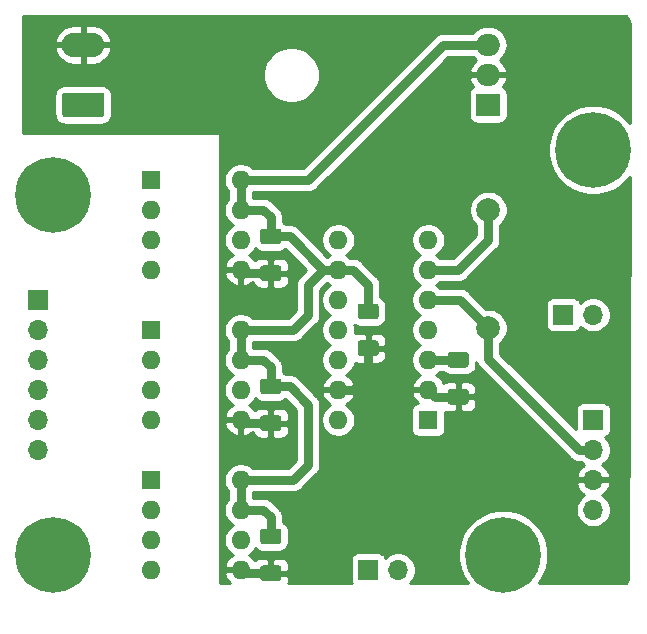
<source format=gbr>
%TF.GenerationSoftware,KiCad,Pcbnew,5.1.10-1.fc33*%
%TF.CreationDate,2021-06-13T17:02:16+02:00*%
%TF.ProjectId,power-driver,706f7765-722d-4647-9269-7665722e6b69,rev?*%
%TF.SameCoordinates,Original*%
%TF.FileFunction,Copper,L2,Bot*%
%TF.FilePolarity,Positive*%
%FSLAX46Y46*%
G04 Gerber Fmt 4.6, Leading zero omitted, Abs format (unit mm)*
G04 Created by KiCad (PCBNEW 5.1.10-1.fc33) date 2021-06-13 17:02:16*
%MOMM*%
%LPD*%
G01*
G04 APERTURE LIST*
%TA.AperFunction,ComponentPad*%
%ADD10C,6.400000*%
%TD*%
%TA.AperFunction,ComponentPad*%
%ADD11O,1.700000X1.700000*%
%TD*%
%TA.AperFunction,ComponentPad*%
%ADD12R,1.700000X1.700000*%
%TD*%
%TA.AperFunction,ComponentPad*%
%ADD13O,2.000000X1.905000*%
%TD*%
%TA.AperFunction,ComponentPad*%
%ADD14R,2.000000X1.905000*%
%TD*%
%TA.AperFunction,ComponentPad*%
%ADD15O,1.600000X1.600000*%
%TD*%
%TA.AperFunction,ComponentPad*%
%ADD16R,1.600000X1.600000*%
%TD*%
%TA.AperFunction,ComponentPad*%
%ADD17O,3.600000X2.080000*%
%TD*%
%TA.AperFunction,ComponentPad*%
%ADD18C,2.000000*%
%TD*%
%TA.AperFunction,Conductor*%
%ADD19C,0.800000*%
%TD*%
%TA.AperFunction,Conductor*%
%ADD20C,0.254000*%
%TD*%
%TA.AperFunction,Conductor*%
%ADD21C,0.100000*%
%TD*%
G04 APERTURE END LIST*
D10*
%TO.P,H4,1*%
%TO.N,N/C*%
X100330000Y-119380000D03*
%TD*%
%TO.P,C6,2*%
%TO.N,GND*%
%TA.AperFunction,SMDPad,CuDef*%
G36*
G01*
X118094999Y-120280000D02*
X119395001Y-120280000D01*
G75*
G02*
X119645000Y-120529999I0J-249999D01*
G01*
X119645000Y-121355001D01*
G75*
G02*
X119395001Y-121605000I-249999J0D01*
G01*
X118094999Y-121605000D01*
G75*
G02*
X117845000Y-121355001I0J249999D01*
G01*
X117845000Y-120529999D01*
G75*
G02*
X118094999Y-120280000I249999J0D01*
G01*
G37*
%TD.AperFunction*%
%TO.P,C6,1*%
%TO.N,+5V*%
%TA.AperFunction,SMDPad,CuDef*%
G36*
G01*
X118094999Y-117155000D02*
X119395001Y-117155000D01*
G75*
G02*
X119645000Y-117404999I0J-249999D01*
G01*
X119645000Y-118230001D01*
G75*
G02*
X119395001Y-118480000I-249999J0D01*
G01*
X118094999Y-118480000D01*
G75*
G02*
X117845000Y-118230001I0J249999D01*
G01*
X117845000Y-117404999D01*
G75*
G02*
X118094999Y-117155000I249999J0D01*
G01*
G37*
%TD.AperFunction*%
%TD*%
%TO.P,C5,2*%
%TO.N,GND*%
%TA.AperFunction,SMDPad,CuDef*%
G36*
G01*
X118094999Y-107580000D02*
X119395001Y-107580000D01*
G75*
G02*
X119645000Y-107829999I0J-249999D01*
G01*
X119645000Y-108655001D01*
G75*
G02*
X119395001Y-108905000I-249999J0D01*
G01*
X118094999Y-108905000D01*
G75*
G02*
X117845000Y-108655001I0J249999D01*
G01*
X117845000Y-107829999D01*
G75*
G02*
X118094999Y-107580000I249999J0D01*
G01*
G37*
%TD.AperFunction*%
%TO.P,C5,1*%
%TO.N,+5V*%
%TA.AperFunction,SMDPad,CuDef*%
G36*
G01*
X118094999Y-104455000D02*
X119395001Y-104455000D01*
G75*
G02*
X119645000Y-104704999I0J-249999D01*
G01*
X119645000Y-105530001D01*
G75*
G02*
X119395001Y-105780000I-249999J0D01*
G01*
X118094999Y-105780000D01*
G75*
G02*
X117845000Y-105530001I0J249999D01*
G01*
X117845000Y-104704999D01*
G75*
G02*
X118094999Y-104455000I249999J0D01*
G01*
G37*
%TD.AperFunction*%
%TD*%
%TO.P,C7,2*%
%TO.N,GND*%
%TA.AperFunction,SMDPad,CuDef*%
G36*
G01*
X118094999Y-94880000D02*
X119395001Y-94880000D01*
G75*
G02*
X119645000Y-95129999I0J-249999D01*
G01*
X119645000Y-95955001D01*
G75*
G02*
X119395001Y-96205000I-249999J0D01*
G01*
X118094999Y-96205000D01*
G75*
G02*
X117845000Y-95955001I0J249999D01*
G01*
X117845000Y-95129999D01*
G75*
G02*
X118094999Y-94880000I249999J0D01*
G01*
G37*
%TD.AperFunction*%
%TO.P,C7,1*%
%TO.N,+5V*%
%TA.AperFunction,SMDPad,CuDef*%
G36*
G01*
X118094999Y-91755000D02*
X119395001Y-91755000D01*
G75*
G02*
X119645000Y-92004999I0J-249999D01*
G01*
X119645000Y-92830001D01*
G75*
G02*
X119395001Y-93080000I-249999J0D01*
G01*
X118094999Y-93080000D01*
G75*
G02*
X117845000Y-92830001I0J249999D01*
G01*
X117845000Y-92004999D01*
G75*
G02*
X118094999Y-91755000I249999J0D01*
G01*
G37*
%TD.AperFunction*%
%TD*%
%TO.P,H3,1*%
%TO.N,N/C*%
X138430000Y-119380000D03*
%TD*%
%TO.P,H2,1*%
%TO.N,N/C*%
X146050000Y-85090000D03*
%TD*%
%TO.P,H1,1*%
%TO.N,N/C*%
X100330000Y-88900000D03*
%TD*%
D11*
%TO.P,JP2,2*%
%TO.N,Net-(D3-Pad2)*%
X129540000Y-120650000D03*
D12*
%TO.P,JP2,1*%
%TO.N,Net-(D3-Pad1)*%
X127000000Y-120650000D03*
%TD*%
D11*
%TO.P,JP1,2*%
%TO.N,Net-(D2-Pad2)*%
X146050000Y-99060000D03*
D12*
%TO.P,JP1,1*%
%TO.N,Net-(D2-Pad1)*%
X143510000Y-99060000D03*
%TD*%
D11*
%TO.P,J3,4*%
%TO.N,Net-(D3-Pad2)*%
X146050000Y-115570000D03*
%TO.P,J3,3*%
%TO.N,GND*%
X146050000Y-113030000D03*
%TO.P,J3,2*%
%TO.N,Net-(C10-Pad2)*%
X146050000Y-110490000D03*
D12*
%TO.P,J3,1*%
%TO.N,Net-(D2-Pad2)*%
X146050000Y-107950000D03*
%TD*%
D11*
%TO.P,J2,6*%
%TO.N,Net-(D6-Pad2)*%
X99060000Y-110490000D03*
%TO.P,J2,5*%
%TO.N,Net-(D6-Pad1)*%
X99060000Y-107950000D03*
%TO.P,J2,4*%
%TO.N,Net-(D5-Pad2)*%
X99060000Y-105410000D03*
%TO.P,J2,3*%
%TO.N,Net-(D5-Pad1)*%
X99060000Y-102870000D03*
%TO.P,J2,2*%
%TO.N,Net-(D4-Pad2)*%
X99060000Y-100330000D03*
D12*
%TO.P,J2,1*%
%TO.N,Net-(D4-Pad1)*%
X99060000Y-97790000D03*
%TD*%
D13*
%TO.P,U1,3*%
%TO.N,+5V*%
X137160000Y-76200000D03*
%TO.P,U1,2*%
%TO.N,GND*%
X137160000Y-78740000D03*
D14*
%TO.P,U1,1*%
%TO.N,+15V*%
X137160000Y-81280000D03*
%TD*%
D15*
%TO.P,U5,14*%
%TO.N,N/C*%
X124460000Y-107950000D03*
%TO.P,U5,7*%
%TO.N,Net-(D2-Pad1)*%
X132080000Y-92710000D03*
%TO.P,U5,13*%
%TO.N,GND*%
X124460000Y-105410000D03*
%TO.P,U5,6*%
%TO.N,Net-(C10-Pad1)*%
X132080000Y-95250000D03*
%TO.P,U5,12*%
%TO.N,Net-(R3-Pad2)*%
X124460000Y-102870000D03*
%TO.P,U5,5*%
%TO.N,Net-(C10-Pad2)*%
X132080000Y-97790000D03*
%TO.P,U5,11*%
%TO.N,Net-(R2-Pad2)*%
X124460000Y-100330000D03*
%TO.P,U5,4*%
%TO.N,N/C*%
X132080000Y-100330000D03*
%TO.P,U5,10*%
%TO.N,Net-(R1-Pad2)*%
X124460000Y-97790000D03*
%TO.P,U5,3*%
%TO.N,+15V*%
X132080000Y-102870000D03*
%TO.P,U5,9*%
%TO.N,+5V*%
X124460000Y-95250000D03*
%TO.P,U5,2*%
%TO.N,GND*%
X132080000Y-105410000D03*
%TO.P,U5,8*%
%TO.N,N/C*%
X124460000Y-92710000D03*
D16*
%TO.P,U5,1*%
%TO.N,Net-(D3-Pad1)*%
X132080000Y-107950000D03*
%TD*%
D15*
%TO.P,U4,8*%
%TO.N,+5V*%
X116205000Y-113030000D03*
%TO.P,U4,4*%
%TO.N,N/C*%
X108585000Y-120650000D03*
%TO.P,U4,7*%
%TO.N,+5V*%
X116205000Y-115570000D03*
%TO.P,U4,3*%
%TO.N,Net-(D6-Pad2)*%
X108585000Y-118110000D03*
%TO.P,U4,6*%
%TO.N,Net-(R3-Pad2)*%
X116205000Y-118110000D03*
%TO.P,U4,2*%
%TO.N,Net-(D6-Pad1)*%
X108585000Y-115570000D03*
%TO.P,U4,5*%
%TO.N,GND*%
X116205000Y-120650000D03*
D16*
%TO.P,U4,1*%
%TO.N,N/C*%
X108585000Y-113030000D03*
%TD*%
D15*
%TO.P,U3,8*%
%TO.N,+5V*%
X116205000Y-100330000D03*
%TO.P,U3,4*%
%TO.N,N/C*%
X108585000Y-107950000D03*
%TO.P,U3,7*%
%TO.N,+5V*%
X116205000Y-102870000D03*
%TO.P,U3,3*%
%TO.N,Net-(D5-Pad2)*%
X108585000Y-105410000D03*
%TO.P,U3,6*%
%TO.N,Net-(R2-Pad2)*%
X116205000Y-105410000D03*
%TO.P,U3,2*%
%TO.N,Net-(D5-Pad1)*%
X108585000Y-102870000D03*
%TO.P,U3,5*%
%TO.N,GND*%
X116205000Y-107950000D03*
D16*
%TO.P,U3,1*%
%TO.N,N/C*%
X108585000Y-100330000D03*
%TD*%
D15*
%TO.P,U2,8*%
%TO.N,+5V*%
X116205000Y-87630000D03*
%TO.P,U2,4*%
%TO.N,N/C*%
X108585000Y-95250000D03*
%TO.P,U2,7*%
%TO.N,+5V*%
X116205000Y-90170000D03*
%TO.P,U2,3*%
%TO.N,Net-(D4-Pad2)*%
X108585000Y-92710000D03*
%TO.P,U2,6*%
%TO.N,Net-(R1-Pad2)*%
X116205000Y-92710000D03*
%TO.P,U2,2*%
%TO.N,Net-(D4-Pad1)*%
X108585000Y-90170000D03*
%TO.P,U2,5*%
%TO.N,GND*%
X116205000Y-95250000D03*
D16*
%TO.P,U2,1*%
%TO.N,N/C*%
X108585000Y-87630000D03*
%TD*%
D17*
%TO.P,J1,2*%
%TO.N,GND*%
X102870000Y-76200000D03*
%TO.P,J1,1*%
%TO.N,+15V*%
%TA.AperFunction,ComponentPad*%
G36*
G01*
X104420001Y-82320000D02*
X101319999Y-82320000D01*
G75*
G02*
X101070000Y-82070001I0J249999D01*
G01*
X101070000Y-80489999D01*
G75*
G02*
X101319999Y-80240000I249999J0D01*
G01*
X104420001Y-80240000D01*
G75*
G02*
X104670000Y-80489999I0J-249999D01*
G01*
X104670000Y-82070001D01*
G75*
G02*
X104420001Y-82320000I-249999J0D01*
G01*
G37*
%TD.AperFunction*%
%TD*%
D18*
%TO.P,C10,2*%
%TO.N,Net-(C10-Pad2)*%
X137160000Y-100170000D03*
%TO.P,C10,1*%
%TO.N,Net-(C10-Pad1)*%
X137160000Y-90170000D03*
%TD*%
%TO.P,C9,2*%
%TO.N,GND*%
%TA.AperFunction,SMDPad,CuDef*%
G36*
G01*
X133969999Y-105332500D02*
X135270001Y-105332500D01*
G75*
G02*
X135520000Y-105582499I0J-249999D01*
G01*
X135520000Y-106407501D01*
G75*
G02*
X135270001Y-106657500I-249999J0D01*
G01*
X133969999Y-106657500D01*
G75*
G02*
X133720000Y-106407501I0J249999D01*
G01*
X133720000Y-105582499D01*
G75*
G02*
X133969999Y-105332500I249999J0D01*
G01*
G37*
%TD.AperFunction*%
%TO.P,C9,1*%
%TO.N,+15V*%
%TA.AperFunction,SMDPad,CuDef*%
G36*
G01*
X133969999Y-102207500D02*
X135270001Y-102207500D01*
G75*
G02*
X135520000Y-102457499I0J-249999D01*
G01*
X135520000Y-103282501D01*
G75*
G02*
X135270001Y-103532500I-249999J0D01*
G01*
X133969999Y-103532500D01*
G75*
G02*
X133720000Y-103282501I0J249999D01*
G01*
X133720000Y-102457499D01*
G75*
G02*
X133969999Y-102207500I249999J0D01*
G01*
G37*
%TD.AperFunction*%
%TD*%
%TO.P,C8,2*%
%TO.N,+5V*%
%TA.AperFunction,SMDPad,CuDef*%
G36*
G01*
X127650001Y-99430000D02*
X126349999Y-99430000D01*
G75*
G02*
X126100000Y-99180001I0J249999D01*
G01*
X126100000Y-98354999D01*
G75*
G02*
X126349999Y-98105000I249999J0D01*
G01*
X127650001Y-98105000D01*
G75*
G02*
X127900000Y-98354999I0J-249999D01*
G01*
X127900000Y-99180001D01*
G75*
G02*
X127650001Y-99430000I-249999J0D01*
G01*
G37*
%TD.AperFunction*%
%TO.P,C8,1*%
%TO.N,GND*%
%TA.AperFunction,SMDPad,CuDef*%
G36*
G01*
X127650001Y-102555000D02*
X126349999Y-102555000D01*
G75*
G02*
X126100000Y-102305001I0J249999D01*
G01*
X126100000Y-101479999D01*
G75*
G02*
X126349999Y-101230000I249999J0D01*
G01*
X127650001Y-101230000D01*
G75*
G02*
X127900000Y-101479999I0J-249999D01*
G01*
X127900000Y-102305001D01*
G75*
G02*
X127650001Y-102555000I-249999J0D01*
G01*
G37*
%TD.AperFunction*%
%TD*%
D19*
%TO.N,GND*%
X127000000Y-101892500D02*
X127000000Y-104140000D01*
X125730000Y-105410000D02*
X124460000Y-105410000D01*
X127000000Y-104140000D02*
X125730000Y-105410000D01*
X116497500Y-95542500D02*
X116205000Y-95250000D01*
X118745000Y-95542500D02*
X116497500Y-95542500D01*
X116497500Y-108242500D02*
X116205000Y-107950000D01*
X118745000Y-108242500D02*
X116497500Y-108242500D01*
X116497500Y-120942500D02*
X116205000Y-120650000D01*
X118745000Y-120942500D02*
X116497500Y-120942500D01*
X132665000Y-105995000D02*
X132080000Y-105410000D01*
X134620000Y-105995000D02*
X132665000Y-105995000D01*
%TO.N,+15V*%
X134620000Y-102870000D02*
X132080000Y-102870000D01*
%TO.N,+5V*%
X116205000Y-115570000D02*
X116205000Y-113030000D01*
X118745000Y-117817500D02*
X118745000Y-116205000D01*
X118110000Y-115570000D02*
X116205000Y-115570000D01*
X118745000Y-116205000D02*
X118110000Y-115570000D01*
X118745000Y-105117500D02*
X118745000Y-103505000D01*
X118110000Y-102870000D02*
X116205000Y-102870000D01*
X118745000Y-103505000D02*
X118110000Y-102870000D01*
X116205000Y-102870000D02*
X116205000Y-100330000D01*
X118745000Y-92417500D02*
X118745000Y-90805000D01*
X118110000Y-90170000D02*
X116205000Y-90170000D01*
X118745000Y-90805000D02*
X118110000Y-90170000D01*
X116205000Y-90170000D02*
X116205000Y-87630000D01*
X116205000Y-87630000D02*
X121920000Y-87630000D01*
X133350000Y-76200000D02*
X137160000Y-76200000D01*
X121920000Y-87630000D02*
X133350000Y-76200000D01*
X118745000Y-92417500D02*
X120357500Y-92417500D01*
X123190000Y-95250000D02*
X124460000Y-95250000D01*
X120357500Y-92417500D02*
X123190000Y-95250000D01*
X127000000Y-98767500D02*
X127000000Y-96520000D01*
X125730000Y-95250000D02*
X124460000Y-95250000D01*
X127000000Y-96520000D02*
X125730000Y-95250000D01*
X116205000Y-100330000D02*
X120650000Y-100330000D01*
X120650000Y-100330000D02*
X121920000Y-99060000D01*
X121920000Y-96520000D02*
X123190000Y-95250000D01*
X121920000Y-99060000D02*
X121920000Y-96520000D01*
X118745000Y-105117500D02*
X120357500Y-105117500D01*
X120357500Y-105117500D02*
X121920000Y-106680000D01*
X121920000Y-106680000D02*
X121920000Y-111760000D01*
X120650000Y-113030000D02*
X116205000Y-113030000D01*
X121920000Y-111760000D02*
X120650000Y-113030000D01*
%TO.N,Net-(C10-Pad2)*%
X134780000Y-97790000D02*
X137160000Y-100170000D01*
X132080000Y-97790000D02*
X134780000Y-97790000D01*
X137160000Y-102802081D02*
X137160000Y-100170000D01*
X144847919Y-110490000D02*
X137160000Y-102802081D01*
X146050000Y-110490000D02*
X144847919Y-110490000D01*
%TO.N,Net-(C10-Pad1)*%
X132080000Y-95250000D02*
X134620000Y-95250000D01*
X137160000Y-92710000D02*
X137160000Y-90170000D01*
X134620000Y-95250000D02*
X137160000Y-92710000D01*
%TD*%
D20*
%TO.N,GND*%
X148875965Y-73880486D02*
X149050183Y-74202695D01*
X149158502Y-74552614D01*
X149163235Y-74597644D01*
X149140130Y-82811889D01*
X149028839Y-82645330D01*
X148494670Y-82111161D01*
X147866554Y-81691467D01*
X147168628Y-81402377D01*
X146427715Y-81255000D01*
X145672285Y-81255000D01*
X144931372Y-81402377D01*
X144233446Y-81691467D01*
X143605330Y-82111161D01*
X143071161Y-82645330D01*
X142651467Y-83273446D01*
X142362377Y-83971372D01*
X142215000Y-84712285D01*
X142215000Y-85467715D01*
X142362377Y-86208628D01*
X142651467Y-86906554D01*
X143071161Y-87534670D01*
X143605330Y-88068839D01*
X144233446Y-88488533D01*
X144931372Y-88777623D01*
X145672285Y-88925000D01*
X146427715Y-88925000D01*
X147168628Y-88777623D01*
X147866554Y-88488533D01*
X148494670Y-88068839D01*
X149028839Y-87534670D01*
X149127260Y-87387372D01*
X149031563Y-121409698D01*
X148883257Y-121688623D01*
X148798129Y-121793000D01*
X141430000Y-121793000D01*
X141828533Y-121196554D01*
X142117623Y-120498628D01*
X142265000Y-119757715D01*
X142265000Y-119002285D01*
X142117623Y-118261372D01*
X141828533Y-117563446D01*
X141408839Y-116935330D01*
X140874670Y-116401161D01*
X140246554Y-115981467D01*
X139548628Y-115692377D01*
X138807715Y-115545000D01*
X138052285Y-115545000D01*
X137311372Y-115692377D01*
X136613446Y-115981467D01*
X135985330Y-116401161D01*
X135451161Y-116935330D01*
X135031467Y-117563446D01*
X134742377Y-118261372D01*
X134595000Y-119002285D01*
X134595000Y-119757715D01*
X134742377Y-120498628D01*
X135031467Y-121196554D01*
X135430000Y-121793000D01*
X130497107Y-121793000D01*
X130693475Y-121596632D01*
X130855990Y-121353411D01*
X130967932Y-121083158D01*
X131025000Y-120796260D01*
X131025000Y-120503740D01*
X130967932Y-120216842D01*
X130855990Y-119946589D01*
X130693475Y-119703368D01*
X130486632Y-119496525D01*
X130243411Y-119334010D01*
X129973158Y-119222068D01*
X129686260Y-119165000D01*
X129393740Y-119165000D01*
X129106842Y-119222068D01*
X128836589Y-119334010D01*
X128593368Y-119496525D01*
X128461513Y-119628380D01*
X128439502Y-119555820D01*
X128380537Y-119445506D01*
X128301185Y-119348815D01*
X128204494Y-119269463D01*
X128094180Y-119210498D01*
X127974482Y-119174188D01*
X127850000Y-119161928D01*
X126150000Y-119161928D01*
X126025518Y-119174188D01*
X125905820Y-119210498D01*
X125795506Y-119269463D01*
X125698815Y-119348815D01*
X125619463Y-119445506D01*
X125560498Y-119555820D01*
X125524188Y-119675518D01*
X125511928Y-119800000D01*
X125511928Y-121500000D01*
X125524188Y-121624482D01*
X125560498Y-121744180D01*
X125586593Y-121793000D01*
X120251544Y-121793000D01*
X120270812Y-121729482D01*
X120283072Y-121605000D01*
X120280000Y-121228250D01*
X120121250Y-121069500D01*
X118872000Y-121069500D01*
X118872000Y-121089500D01*
X118618000Y-121089500D01*
X118618000Y-121069500D01*
X118598000Y-121069500D01*
X118598000Y-120815500D01*
X118618000Y-120815500D01*
X118618000Y-119803750D01*
X118872000Y-119803750D01*
X118872000Y-120815500D01*
X120121250Y-120815500D01*
X120280000Y-120656750D01*
X120283072Y-120280000D01*
X120270812Y-120155518D01*
X120234502Y-120035820D01*
X120175537Y-119925506D01*
X120096185Y-119828815D01*
X119999494Y-119749463D01*
X119889180Y-119690498D01*
X119769482Y-119654188D01*
X119645000Y-119641928D01*
X119030750Y-119645000D01*
X118872000Y-119803750D01*
X118618000Y-119803750D01*
X118459250Y-119645000D01*
X117845000Y-119641928D01*
X117720518Y-119654188D01*
X117600820Y-119690498D01*
X117490506Y-119749463D01*
X117393815Y-119828815D01*
X117383375Y-119841536D01*
X117268519Y-119686586D01*
X117060131Y-119497615D01*
X116874135Y-119386067D01*
X116884727Y-119381680D01*
X117119759Y-119224637D01*
X117319637Y-119024759D01*
X117447221Y-118833815D01*
X117467038Y-118857962D01*
X117601613Y-118968405D01*
X117755149Y-119050472D01*
X117921745Y-119101008D01*
X118094999Y-119118072D01*
X119395001Y-119118072D01*
X119568255Y-119101008D01*
X119734851Y-119050472D01*
X119888387Y-118968405D01*
X120022962Y-118857962D01*
X120133405Y-118723387D01*
X120215472Y-118569851D01*
X120266008Y-118403255D01*
X120283072Y-118230001D01*
X120283072Y-117404999D01*
X120266008Y-117231745D01*
X120215472Y-117065149D01*
X120133405Y-116911613D01*
X120022962Y-116777038D01*
X119888387Y-116666595D01*
X119780000Y-116608661D01*
X119780000Y-116255835D01*
X119785007Y-116205000D01*
X119779373Y-116147797D01*
X119765024Y-116002105D01*
X119705841Y-115807007D01*
X119705841Y-115807006D01*
X119609734Y-115627202D01*
X119542272Y-115545000D01*
X119480396Y-115469604D01*
X119440903Y-115437193D01*
X119427450Y-115423740D01*
X144565000Y-115423740D01*
X144565000Y-115716260D01*
X144622068Y-116003158D01*
X144734010Y-116273411D01*
X144896525Y-116516632D01*
X145103368Y-116723475D01*
X145346589Y-116885990D01*
X145616842Y-116997932D01*
X145903740Y-117055000D01*
X146196260Y-117055000D01*
X146483158Y-116997932D01*
X146753411Y-116885990D01*
X146996632Y-116723475D01*
X147203475Y-116516632D01*
X147365990Y-116273411D01*
X147477932Y-116003158D01*
X147535000Y-115716260D01*
X147535000Y-115423740D01*
X147477932Y-115136842D01*
X147365990Y-114866589D01*
X147203475Y-114623368D01*
X146996632Y-114416525D01*
X146814466Y-114294805D01*
X146931355Y-114225178D01*
X147147588Y-114030269D01*
X147321641Y-113796920D01*
X147446825Y-113534099D01*
X147491476Y-113386890D01*
X147370155Y-113157000D01*
X146177000Y-113157000D01*
X146177000Y-113177000D01*
X145923000Y-113177000D01*
X145923000Y-113157000D01*
X144729845Y-113157000D01*
X144608524Y-113386890D01*
X144653175Y-113534099D01*
X144778359Y-113796920D01*
X144952412Y-114030269D01*
X145168645Y-114225178D01*
X145285534Y-114294805D01*
X145103368Y-114416525D01*
X144896525Y-114623368D01*
X144734010Y-114866589D01*
X144622068Y-115136842D01*
X144565000Y-115423740D01*
X119427450Y-115423740D01*
X118877807Y-114874097D01*
X118845396Y-114834604D01*
X118687797Y-114705266D01*
X118507993Y-114609159D01*
X118312895Y-114549976D01*
X118160838Y-114535000D01*
X118160828Y-114535000D01*
X118110000Y-114529994D01*
X118059172Y-114535000D01*
X117240000Y-114535000D01*
X117240000Y-114065000D01*
X120599172Y-114065000D01*
X120650000Y-114070006D01*
X120700828Y-114065000D01*
X120700838Y-114065000D01*
X120852895Y-114050024D01*
X121047993Y-113990841D01*
X121227797Y-113894734D01*
X121385396Y-113765396D01*
X121417807Y-113725903D01*
X122615908Y-112527803D01*
X122655396Y-112495396D01*
X122690844Y-112452203D01*
X122784734Y-112337798D01*
X122836104Y-112241691D01*
X122880841Y-112157993D01*
X122940024Y-111962895D01*
X122955000Y-111810838D01*
X122955000Y-111810829D01*
X122960006Y-111760001D01*
X122955000Y-111709173D01*
X122955000Y-107808665D01*
X123025000Y-107808665D01*
X123025000Y-108091335D01*
X123080147Y-108368574D01*
X123188320Y-108629727D01*
X123345363Y-108864759D01*
X123545241Y-109064637D01*
X123780273Y-109221680D01*
X124041426Y-109329853D01*
X124318665Y-109385000D01*
X124601335Y-109385000D01*
X124878574Y-109329853D01*
X125139727Y-109221680D01*
X125374759Y-109064637D01*
X125574637Y-108864759D01*
X125731680Y-108629727D01*
X125839853Y-108368574D01*
X125895000Y-108091335D01*
X125895000Y-107808665D01*
X125839853Y-107531426D01*
X125731680Y-107270273D01*
X125651317Y-107150000D01*
X130641928Y-107150000D01*
X130641928Y-108750000D01*
X130654188Y-108874482D01*
X130690498Y-108994180D01*
X130749463Y-109104494D01*
X130828815Y-109201185D01*
X130925506Y-109280537D01*
X131035820Y-109339502D01*
X131155518Y-109375812D01*
X131280000Y-109388072D01*
X132880000Y-109388072D01*
X133004482Y-109375812D01*
X133124180Y-109339502D01*
X133234494Y-109280537D01*
X133331185Y-109201185D01*
X133410537Y-109104494D01*
X133469502Y-108994180D01*
X133505812Y-108874482D01*
X133518072Y-108750000D01*
X133518072Y-107259819D01*
X133595518Y-107283312D01*
X133720000Y-107295572D01*
X134334250Y-107292500D01*
X134493000Y-107133750D01*
X134493000Y-106122000D01*
X134747000Y-106122000D01*
X134747000Y-107133750D01*
X134905750Y-107292500D01*
X135520000Y-107295572D01*
X135644482Y-107283312D01*
X135764180Y-107247002D01*
X135874494Y-107188037D01*
X135971185Y-107108685D01*
X136050537Y-107011994D01*
X136109502Y-106901680D01*
X136145812Y-106781982D01*
X136158072Y-106657500D01*
X136155000Y-106280750D01*
X135996250Y-106122000D01*
X134747000Y-106122000D01*
X134493000Y-106122000D01*
X134473000Y-106122000D01*
X134473000Y-105868000D01*
X134493000Y-105868000D01*
X134493000Y-104856250D01*
X134747000Y-104856250D01*
X134747000Y-105868000D01*
X135996250Y-105868000D01*
X136155000Y-105709250D01*
X136158072Y-105332500D01*
X136145812Y-105208018D01*
X136109502Y-105088320D01*
X136050537Y-104978006D01*
X135971185Y-104881315D01*
X135874494Y-104801963D01*
X135764180Y-104742998D01*
X135644482Y-104706688D01*
X135520000Y-104694428D01*
X134905750Y-104697500D01*
X134747000Y-104856250D01*
X134493000Y-104856250D01*
X134334250Y-104697500D01*
X133720000Y-104694428D01*
X133595518Y-104706688D01*
X133475820Y-104742998D01*
X133370841Y-104799111D01*
X133311037Y-104672580D01*
X133143519Y-104446586D01*
X132935131Y-104257615D01*
X132749135Y-104146067D01*
X132759727Y-104141680D01*
X132994759Y-103984637D01*
X133074396Y-103905000D01*
X133337555Y-103905000D01*
X133342038Y-103910462D01*
X133476613Y-104020905D01*
X133630149Y-104102972D01*
X133796745Y-104153508D01*
X133969999Y-104170572D01*
X135270001Y-104170572D01*
X135443255Y-104153508D01*
X135609851Y-104102972D01*
X135763387Y-104020905D01*
X135897962Y-103910462D01*
X136008405Y-103775887D01*
X136090472Y-103622351D01*
X136141008Y-103455755D01*
X136158072Y-103282501D01*
X136158072Y-103064629D01*
X136199159Y-103200073D01*
X136295266Y-103379878D01*
X136424604Y-103537477D01*
X136464097Y-103569888D01*
X144080116Y-111185908D01*
X144112523Y-111225396D01*
X144152011Y-111257803D01*
X144270121Y-111354734D01*
X144366228Y-111406104D01*
X144449926Y-111450841D01*
X144645024Y-111510024D01*
X144797081Y-111525000D01*
X144797090Y-111525000D01*
X144847918Y-111530006D01*
X144898746Y-111525000D01*
X144984893Y-111525000D01*
X145103368Y-111643475D01*
X145285534Y-111765195D01*
X145168645Y-111834822D01*
X144952412Y-112029731D01*
X144778359Y-112263080D01*
X144653175Y-112525901D01*
X144608524Y-112673110D01*
X144729845Y-112903000D01*
X145923000Y-112903000D01*
X145923000Y-112883000D01*
X146177000Y-112883000D01*
X146177000Y-112903000D01*
X147370155Y-112903000D01*
X147491476Y-112673110D01*
X147446825Y-112525901D01*
X147321641Y-112263080D01*
X147147588Y-112029731D01*
X146931355Y-111834822D01*
X146814466Y-111765195D01*
X146996632Y-111643475D01*
X147203475Y-111436632D01*
X147365990Y-111193411D01*
X147477932Y-110923158D01*
X147535000Y-110636260D01*
X147535000Y-110343740D01*
X147477932Y-110056842D01*
X147365990Y-109786589D01*
X147203475Y-109543368D01*
X147071620Y-109411513D01*
X147144180Y-109389502D01*
X147254494Y-109330537D01*
X147351185Y-109251185D01*
X147430537Y-109154494D01*
X147489502Y-109044180D01*
X147525812Y-108924482D01*
X147538072Y-108800000D01*
X147538072Y-107100000D01*
X147525812Y-106975518D01*
X147489502Y-106855820D01*
X147430537Y-106745506D01*
X147351185Y-106648815D01*
X147254494Y-106569463D01*
X147144180Y-106510498D01*
X147024482Y-106474188D01*
X146900000Y-106461928D01*
X145200000Y-106461928D01*
X145075518Y-106474188D01*
X144955820Y-106510498D01*
X144845506Y-106569463D01*
X144748815Y-106648815D01*
X144669463Y-106745506D01*
X144610498Y-106855820D01*
X144574188Y-106975518D01*
X144561928Y-107100000D01*
X144561928Y-108740298D01*
X138195000Y-102373371D01*
X138195000Y-101444833D01*
X138202252Y-101439987D01*
X138429987Y-101212252D01*
X138608918Y-100944463D01*
X138732168Y-100646912D01*
X138795000Y-100331033D01*
X138795000Y-100008967D01*
X138732168Y-99693088D01*
X138608918Y-99395537D01*
X138429987Y-99127748D01*
X138202252Y-98900013D01*
X137934463Y-98721082D01*
X137636912Y-98597832D01*
X137321033Y-98535000D01*
X136998967Y-98535000D01*
X136990412Y-98536702D01*
X136663710Y-98210000D01*
X142021928Y-98210000D01*
X142021928Y-99910000D01*
X142034188Y-100034482D01*
X142070498Y-100154180D01*
X142129463Y-100264494D01*
X142208815Y-100361185D01*
X142305506Y-100440537D01*
X142415820Y-100499502D01*
X142535518Y-100535812D01*
X142660000Y-100548072D01*
X144360000Y-100548072D01*
X144484482Y-100535812D01*
X144604180Y-100499502D01*
X144714494Y-100440537D01*
X144811185Y-100361185D01*
X144890537Y-100264494D01*
X144949502Y-100154180D01*
X144971513Y-100081620D01*
X145103368Y-100213475D01*
X145346589Y-100375990D01*
X145616842Y-100487932D01*
X145903740Y-100545000D01*
X146196260Y-100545000D01*
X146483158Y-100487932D01*
X146753411Y-100375990D01*
X146996632Y-100213475D01*
X147203475Y-100006632D01*
X147365990Y-99763411D01*
X147477932Y-99493158D01*
X147535000Y-99206260D01*
X147535000Y-98913740D01*
X147477932Y-98626842D01*
X147365990Y-98356589D01*
X147203475Y-98113368D01*
X146996632Y-97906525D01*
X146753411Y-97744010D01*
X146483158Y-97632068D01*
X146196260Y-97575000D01*
X145903740Y-97575000D01*
X145616842Y-97632068D01*
X145346589Y-97744010D01*
X145103368Y-97906525D01*
X144971513Y-98038380D01*
X144949502Y-97965820D01*
X144890537Y-97855506D01*
X144811185Y-97758815D01*
X144714494Y-97679463D01*
X144604180Y-97620498D01*
X144484482Y-97584188D01*
X144360000Y-97571928D01*
X142660000Y-97571928D01*
X142535518Y-97584188D01*
X142415820Y-97620498D01*
X142305506Y-97679463D01*
X142208815Y-97758815D01*
X142129463Y-97855506D01*
X142070498Y-97965820D01*
X142034188Y-98085518D01*
X142021928Y-98210000D01*
X136663710Y-98210000D01*
X135547807Y-97094097D01*
X135515396Y-97054604D01*
X135357797Y-96925266D01*
X135177993Y-96829159D01*
X134982895Y-96769976D01*
X134830838Y-96755000D01*
X134830828Y-96755000D01*
X134780000Y-96749994D01*
X134729172Y-96755000D01*
X133074396Y-96755000D01*
X132994759Y-96675363D01*
X132762241Y-96520000D01*
X132994759Y-96364637D01*
X133074396Y-96285000D01*
X134569172Y-96285000D01*
X134620000Y-96290006D01*
X134670828Y-96285000D01*
X134670838Y-96285000D01*
X134822895Y-96270024D01*
X135017993Y-96210841D01*
X135197797Y-96114734D01*
X135355396Y-95985396D01*
X135387807Y-95945903D01*
X137855908Y-93477803D01*
X137895396Y-93445396D01*
X137950427Y-93378341D01*
X138024734Y-93287798D01*
X138120840Y-93107994D01*
X138120841Y-93107993D01*
X138180024Y-92912895D01*
X138195000Y-92760838D01*
X138195000Y-92760829D01*
X138200006Y-92710001D01*
X138195000Y-92659173D01*
X138195000Y-91444833D01*
X138202252Y-91439987D01*
X138429987Y-91212252D01*
X138608918Y-90944463D01*
X138732168Y-90646912D01*
X138795000Y-90331033D01*
X138795000Y-90008967D01*
X138732168Y-89693088D01*
X138608918Y-89395537D01*
X138429987Y-89127748D01*
X138202252Y-88900013D01*
X137934463Y-88721082D01*
X137636912Y-88597832D01*
X137321033Y-88535000D01*
X136998967Y-88535000D01*
X136683088Y-88597832D01*
X136385537Y-88721082D01*
X136117748Y-88900013D01*
X135890013Y-89127748D01*
X135711082Y-89395537D01*
X135587832Y-89693088D01*
X135525000Y-90008967D01*
X135525000Y-90331033D01*
X135587832Y-90646912D01*
X135711082Y-90944463D01*
X135890013Y-91212252D01*
X136117748Y-91439987D01*
X136125000Y-91444833D01*
X136125000Y-92281289D01*
X134191290Y-94215000D01*
X133074396Y-94215000D01*
X132994759Y-94135363D01*
X132762241Y-93980000D01*
X132994759Y-93824637D01*
X133194637Y-93624759D01*
X133351680Y-93389727D01*
X133459853Y-93128574D01*
X133515000Y-92851335D01*
X133515000Y-92568665D01*
X133459853Y-92291426D01*
X133351680Y-92030273D01*
X133194637Y-91795241D01*
X132994759Y-91595363D01*
X132759727Y-91438320D01*
X132498574Y-91330147D01*
X132221335Y-91275000D01*
X131938665Y-91275000D01*
X131661426Y-91330147D01*
X131400273Y-91438320D01*
X131165241Y-91595363D01*
X130965363Y-91795241D01*
X130808320Y-92030273D01*
X130700147Y-92291426D01*
X130645000Y-92568665D01*
X130645000Y-92851335D01*
X130700147Y-93128574D01*
X130808320Y-93389727D01*
X130965363Y-93624759D01*
X131165241Y-93824637D01*
X131397759Y-93980000D01*
X131165241Y-94135363D01*
X130965363Y-94335241D01*
X130808320Y-94570273D01*
X130700147Y-94831426D01*
X130645000Y-95108665D01*
X130645000Y-95391335D01*
X130700147Y-95668574D01*
X130808320Y-95929727D01*
X130965363Y-96164759D01*
X131165241Y-96364637D01*
X131397759Y-96520000D01*
X131165241Y-96675363D01*
X130965363Y-96875241D01*
X130808320Y-97110273D01*
X130700147Y-97371426D01*
X130645000Y-97648665D01*
X130645000Y-97931335D01*
X130700147Y-98208574D01*
X130808320Y-98469727D01*
X130965363Y-98704759D01*
X131165241Y-98904637D01*
X131397759Y-99060000D01*
X131165241Y-99215363D01*
X130965363Y-99415241D01*
X130808320Y-99650273D01*
X130700147Y-99911426D01*
X130645000Y-100188665D01*
X130645000Y-100471335D01*
X130700147Y-100748574D01*
X130808320Y-101009727D01*
X130965363Y-101244759D01*
X131165241Y-101444637D01*
X131397759Y-101600000D01*
X131165241Y-101755363D01*
X130965363Y-101955241D01*
X130808320Y-102190273D01*
X130700147Y-102451426D01*
X130645000Y-102728665D01*
X130645000Y-103011335D01*
X130700147Y-103288574D01*
X130808320Y-103549727D01*
X130965363Y-103784759D01*
X131165241Y-103984637D01*
X131400273Y-104141680D01*
X131410865Y-104146067D01*
X131224869Y-104257615D01*
X131016481Y-104446586D01*
X130848963Y-104672580D01*
X130728754Y-104926913D01*
X130688096Y-105060961D01*
X130810085Y-105283000D01*
X131953000Y-105283000D01*
X131953000Y-105263000D01*
X132207000Y-105263000D01*
X132207000Y-105283000D01*
X132227000Y-105283000D01*
X132227000Y-105537000D01*
X132207000Y-105537000D01*
X132207000Y-105557000D01*
X131953000Y-105557000D01*
X131953000Y-105537000D01*
X130810085Y-105537000D01*
X130688096Y-105759039D01*
X130728754Y-105893087D01*
X130848963Y-106147420D01*
X131016481Y-106373414D01*
X131180080Y-106521769D01*
X131155518Y-106524188D01*
X131035820Y-106560498D01*
X130925506Y-106619463D01*
X130828815Y-106698815D01*
X130749463Y-106795506D01*
X130690498Y-106905820D01*
X130654188Y-107025518D01*
X130641928Y-107150000D01*
X125651317Y-107150000D01*
X125574637Y-107035241D01*
X125374759Y-106835363D01*
X125139727Y-106678320D01*
X125129135Y-106673933D01*
X125315131Y-106562385D01*
X125523519Y-106373414D01*
X125691037Y-106147420D01*
X125811246Y-105893087D01*
X125851904Y-105759039D01*
X125729915Y-105537000D01*
X124587000Y-105537000D01*
X124587000Y-105557000D01*
X124333000Y-105557000D01*
X124333000Y-105537000D01*
X123190085Y-105537000D01*
X123068096Y-105759039D01*
X123108754Y-105893087D01*
X123228963Y-106147420D01*
X123396481Y-106373414D01*
X123604869Y-106562385D01*
X123790865Y-106673933D01*
X123780273Y-106678320D01*
X123545241Y-106835363D01*
X123345363Y-107035241D01*
X123188320Y-107270273D01*
X123080147Y-107531426D01*
X123025000Y-107808665D01*
X122955000Y-107808665D01*
X122955000Y-106730835D01*
X122960007Y-106680000D01*
X122955000Y-106629162D01*
X122940024Y-106477105D01*
X122880841Y-106282007D01*
X122808903Y-106147420D01*
X122784734Y-106102202D01*
X122687803Y-105984092D01*
X122655396Y-105944604D01*
X122615908Y-105912197D01*
X121125307Y-104421597D01*
X121092896Y-104382104D01*
X120935297Y-104252766D01*
X120755493Y-104156659D01*
X120560395Y-104097476D01*
X120408338Y-104082500D01*
X120408328Y-104082500D01*
X120357500Y-104077494D01*
X120306672Y-104082500D01*
X120027445Y-104082500D01*
X120022962Y-104077038D01*
X119888387Y-103966595D01*
X119780000Y-103908661D01*
X119780000Y-103555835D01*
X119785007Y-103505000D01*
X119779373Y-103447797D01*
X119765024Y-103302105D01*
X119705841Y-103107007D01*
X119705841Y-103107006D01*
X119609734Y-102927202D01*
X119548770Y-102852918D01*
X119480396Y-102769604D01*
X119440903Y-102737193D01*
X118877807Y-102174097D01*
X118845396Y-102134604D01*
X118687797Y-102005266D01*
X118507993Y-101909159D01*
X118312895Y-101849976D01*
X118160838Y-101835000D01*
X118160828Y-101835000D01*
X118110000Y-101829994D01*
X118059172Y-101835000D01*
X117240000Y-101835000D01*
X117240000Y-101365000D01*
X120599172Y-101365000D01*
X120650000Y-101370006D01*
X120700828Y-101365000D01*
X120700838Y-101365000D01*
X120852895Y-101350024D01*
X121047993Y-101290841D01*
X121227797Y-101194734D01*
X121385396Y-101065396D01*
X121417807Y-101025903D01*
X122615908Y-99827803D01*
X122655396Y-99795396D01*
X122739358Y-99693088D01*
X122784734Y-99637798D01*
X122836104Y-99541691D01*
X122880841Y-99457993D01*
X122940024Y-99262895D01*
X122955000Y-99110838D01*
X122955000Y-99110829D01*
X122960006Y-99060001D01*
X122955000Y-99009173D01*
X122955000Y-96948710D01*
X123542157Y-96361553D01*
X123545241Y-96364637D01*
X123777759Y-96520000D01*
X123545241Y-96675363D01*
X123345363Y-96875241D01*
X123188320Y-97110273D01*
X123080147Y-97371426D01*
X123025000Y-97648665D01*
X123025000Y-97931335D01*
X123080147Y-98208574D01*
X123188320Y-98469727D01*
X123345363Y-98704759D01*
X123545241Y-98904637D01*
X123777759Y-99060000D01*
X123545241Y-99215363D01*
X123345363Y-99415241D01*
X123188320Y-99650273D01*
X123080147Y-99911426D01*
X123025000Y-100188665D01*
X123025000Y-100471335D01*
X123080147Y-100748574D01*
X123188320Y-101009727D01*
X123345363Y-101244759D01*
X123545241Y-101444637D01*
X123777759Y-101600000D01*
X123545241Y-101755363D01*
X123345363Y-101955241D01*
X123188320Y-102190273D01*
X123080147Y-102451426D01*
X123025000Y-102728665D01*
X123025000Y-103011335D01*
X123080147Y-103288574D01*
X123188320Y-103549727D01*
X123345363Y-103784759D01*
X123545241Y-103984637D01*
X123780273Y-104141680D01*
X123790865Y-104146067D01*
X123604869Y-104257615D01*
X123396481Y-104446586D01*
X123228963Y-104672580D01*
X123108754Y-104926913D01*
X123068096Y-105060961D01*
X123190085Y-105283000D01*
X124333000Y-105283000D01*
X124333000Y-105263000D01*
X124587000Y-105263000D01*
X124587000Y-105283000D01*
X125729915Y-105283000D01*
X125851904Y-105060961D01*
X125811246Y-104926913D01*
X125691037Y-104672580D01*
X125523519Y-104446586D01*
X125315131Y-104257615D01*
X125129135Y-104146067D01*
X125139727Y-104141680D01*
X125374759Y-103984637D01*
X125574637Y-103784759D01*
X125731680Y-103549727D01*
X125839853Y-103288574D01*
X125867789Y-103148133D01*
X125975518Y-103180812D01*
X126100000Y-103193072D01*
X126714250Y-103190000D01*
X126873000Y-103031250D01*
X126873000Y-102019500D01*
X127127000Y-102019500D01*
X127127000Y-103031250D01*
X127285750Y-103190000D01*
X127900000Y-103193072D01*
X128024482Y-103180812D01*
X128144180Y-103144502D01*
X128254494Y-103085537D01*
X128351185Y-103006185D01*
X128430537Y-102909494D01*
X128489502Y-102799180D01*
X128525812Y-102679482D01*
X128538072Y-102555000D01*
X128535000Y-102178250D01*
X128376250Y-102019500D01*
X127127000Y-102019500D01*
X126873000Y-102019500D01*
X126853000Y-102019500D01*
X126853000Y-101765500D01*
X126873000Y-101765500D01*
X126873000Y-100753750D01*
X127127000Y-100753750D01*
X127127000Y-101765500D01*
X128376250Y-101765500D01*
X128535000Y-101606750D01*
X128538072Y-101230000D01*
X128525812Y-101105518D01*
X128489502Y-100985820D01*
X128430537Y-100875506D01*
X128351185Y-100778815D01*
X128254494Y-100699463D01*
X128144180Y-100640498D01*
X128024482Y-100604188D01*
X127900000Y-100591928D01*
X127285750Y-100595000D01*
X127127000Y-100753750D01*
X126873000Y-100753750D01*
X126714250Y-100595000D01*
X126100000Y-100591928D01*
X125975518Y-100604188D01*
X125861706Y-100638712D01*
X125895000Y-100471335D01*
X125895000Y-100188665D01*
X125839853Y-99911426D01*
X125835601Y-99901161D01*
X125856613Y-99918405D01*
X126010149Y-100000472D01*
X126176745Y-100051008D01*
X126349999Y-100068072D01*
X127650001Y-100068072D01*
X127823255Y-100051008D01*
X127989851Y-100000472D01*
X128143387Y-99918405D01*
X128277962Y-99807962D01*
X128388405Y-99673387D01*
X128470472Y-99519851D01*
X128521008Y-99353255D01*
X128538072Y-99180001D01*
X128538072Y-98354999D01*
X128521008Y-98181745D01*
X128470472Y-98015149D01*
X128388405Y-97861613D01*
X128277962Y-97727038D01*
X128143387Y-97616595D01*
X128035000Y-97558661D01*
X128035000Y-96570827D01*
X128040006Y-96519999D01*
X128035000Y-96469171D01*
X128035000Y-96469162D01*
X128020024Y-96317105D01*
X127960841Y-96122007D01*
X127887821Y-95985396D01*
X127864734Y-95942202D01*
X127767803Y-95824092D01*
X127735396Y-95784604D01*
X127695908Y-95752197D01*
X126497807Y-94554097D01*
X126465396Y-94514604D01*
X126307797Y-94385266D01*
X126127993Y-94289159D01*
X125932895Y-94229976D01*
X125780838Y-94215000D01*
X125780828Y-94215000D01*
X125730000Y-94209994D01*
X125679172Y-94215000D01*
X125454396Y-94215000D01*
X125374759Y-94135363D01*
X125142241Y-93980000D01*
X125374759Y-93824637D01*
X125574637Y-93624759D01*
X125731680Y-93389727D01*
X125839853Y-93128574D01*
X125895000Y-92851335D01*
X125895000Y-92568665D01*
X125839853Y-92291426D01*
X125731680Y-92030273D01*
X125574637Y-91795241D01*
X125374759Y-91595363D01*
X125139727Y-91438320D01*
X124878574Y-91330147D01*
X124601335Y-91275000D01*
X124318665Y-91275000D01*
X124041426Y-91330147D01*
X123780273Y-91438320D01*
X123545241Y-91595363D01*
X123345363Y-91795241D01*
X123188320Y-92030273D01*
X123080147Y-92291426D01*
X123025000Y-92568665D01*
X123025000Y-92851335D01*
X123080147Y-93128574D01*
X123188320Y-93389727D01*
X123345363Y-93624759D01*
X123545241Y-93824637D01*
X123777759Y-93980000D01*
X123545241Y-94135363D01*
X123542157Y-94138447D01*
X121125307Y-91721597D01*
X121092896Y-91682104D01*
X120935297Y-91552766D01*
X120755493Y-91456659D01*
X120560395Y-91397476D01*
X120408338Y-91382500D01*
X120408328Y-91382500D01*
X120357500Y-91377494D01*
X120306672Y-91382500D01*
X120027445Y-91382500D01*
X120022962Y-91377038D01*
X119888387Y-91266595D01*
X119780000Y-91208661D01*
X119780000Y-90855835D01*
X119785007Y-90805000D01*
X119776296Y-90716554D01*
X119765024Y-90602105D01*
X119705841Y-90407007D01*
X119705841Y-90407006D01*
X119609734Y-90227202D01*
X119521067Y-90119162D01*
X119480396Y-90069604D01*
X119440903Y-90037193D01*
X118877807Y-89474097D01*
X118845396Y-89434604D01*
X118687797Y-89305266D01*
X118507993Y-89209159D01*
X118312895Y-89149976D01*
X118160838Y-89135000D01*
X118160828Y-89135000D01*
X118110000Y-89129994D01*
X118059172Y-89135000D01*
X117240000Y-89135000D01*
X117240000Y-88665000D01*
X121869172Y-88665000D01*
X121920000Y-88670006D01*
X121970828Y-88665000D01*
X121970838Y-88665000D01*
X122122895Y-88650024D01*
X122317993Y-88590841D01*
X122497797Y-88494734D01*
X122655396Y-88365396D01*
X122687807Y-88325903D01*
X130686210Y-80327500D01*
X135521928Y-80327500D01*
X135521928Y-82232500D01*
X135534188Y-82356982D01*
X135570498Y-82476680D01*
X135629463Y-82586994D01*
X135708815Y-82683685D01*
X135805506Y-82763037D01*
X135915820Y-82822002D01*
X136035518Y-82858312D01*
X136160000Y-82870572D01*
X138160000Y-82870572D01*
X138284482Y-82858312D01*
X138404180Y-82822002D01*
X138514494Y-82763037D01*
X138611185Y-82683685D01*
X138690537Y-82586994D01*
X138749502Y-82476680D01*
X138785812Y-82356982D01*
X138798072Y-82232500D01*
X138798072Y-80327500D01*
X138785812Y-80203018D01*
X138749502Y-80083320D01*
X138690537Y-79973006D01*
X138611185Y-79876315D01*
X138514494Y-79796963D01*
X138422781Y-79747941D01*
X138535969Y-79606923D01*
X138679571Y-79331094D01*
X138750563Y-79112980D01*
X138630594Y-78867000D01*
X137287000Y-78867000D01*
X137287000Y-78887000D01*
X137033000Y-78887000D01*
X137033000Y-78867000D01*
X135689406Y-78867000D01*
X135569437Y-79112980D01*
X135640429Y-79331094D01*
X135784031Y-79606923D01*
X135897219Y-79747941D01*
X135805506Y-79796963D01*
X135708815Y-79876315D01*
X135629463Y-79973006D01*
X135570498Y-80083320D01*
X135534188Y-80203018D01*
X135521928Y-80327500D01*
X130686210Y-80327500D01*
X133778711Y-77235000D01*
X135908244Y-77235000D01*
X135984537Y-77327963D01*
X136163899Y-77475163D01*
X135978685Y-77630563D01*
X135784031Y-77873077D01*
X135640429Y-78148906D01*
X135569437Y-78367020D01*
X135689406Y-78613000D01*
X137033000Y-78613000D01*
X137033000Y-78593000D01*
X137287000Y-78593000D01*
X137287000Y-78613000D01*
X138630594Y-78613000D01*
X138750563Y-78367020D01*
X138679571Y-78148906D01*
X138535969Y-77873077D01*
X138341315Y-77630563D01*
X138156101Y-77475163D01*
X138335463Y-77327963D01*
X138533845Y-77086235D01*
X138681255Y-76810449D01*
X138772030Y-76511204D01*
X138802681Y-76200000D01*
X138772030Y-75888796D01*
X138681255Y-75589551D01*
X138533845Y-75313765D01*
X138335463Y-75072037D01*
X138093735Y-74873655D01*
X137817949Y-74726245D01*
X137518704Y-74635470D01*
X137285486Y-74612500D01*
X137034514Y-74612500D01*
X136801296Y-74635470D01*
X136502051Y-74726245D01*
X136226265Y-74873655D01*
X135984537Y-75072037D01*
X135908244Y-75165000D01*
X133400827Y-75165000D01*
X133349999Y-75159994D01*
X133299171Y-75165000D01*
X133299162Y-75165000D01*
X133147105Y-75179976D01*
X132952007Y-75239159D01*
X132868309Y-75283896D01*
X132772202Y-75335266D01*
X132664408Y-75423731D01*
X132614604Y-75464604D01*
X132582197Y-75504092D01*
X121491290Y-86595000D01*
X117199396Y-86595000D01*
X117119759Y-86515363D01*
X116884727Y-86358320D01*
X116623574Y-86250147D01*
X116346335Y-86195000D01*
X116063665Y-86195000D01*
X115786426Y-86250147D01*
X115525273Y-86358320D01*
X115290241Y-86515363D01*
X115090363Y-86715241D01*
X114933320Y-86950273D01*
X114825147Y-87211426D01*
X114770000Y-87488665D01*
X114770000Y-87771335D01*
X114825147Y-88048574D01*
X114933320Y-88309727D01*
X115090363Y-88544759D01*
X115170001Y-88624397D01*
X115170000Y-89175604D01*
X115090363Y-89255241D01*
X114933320Y-89490273D01*
X114825147Y-89751426D01*
X114770000Y-90028665D01*
X114770000Y-90311335D01*
X114825147Y-90588574D01*
X114933320Y-90849727D01*
X115090363Y-91084759D01*
X115290241Y-91284637D01*
X115522759Y-91440000D01*
X115290241Y-91595363D01*
X115090363Y-91795241D01*
X114933320Y-92030273D01*
X114825147Y-92291426D01*
X114770000Y-92568665D01*
X114770000Y-92851335D01*
X114825147Y-93128574D01*
X114933320Y-93389727D01*
X115090363Y-93624759D01*
X115290241Y-93824637D01*
X115525273Y-93981680D01*
X115535865Y-93986067D01*
X115349869Y-94097615D01*
X115141481Y-94286586D01*
X114973963Y-94512580D01*
X114853754Y-94766913D01*
X114813096Y-94900961D01*
X114935085Y-95123000D01*
X116078000Y-95123000D01*
X116078000Y-95103000D01*
X116332000Y-95103000D01*
X116332000Y-95123000D01*
X116352000Y-95123000D01*
X116352000Y-95377000D01*
X116332000Y-95377000D01*
X116332000Y-96520624D01*
X116554040Y-96641909D01*
X116818881Y-96547070D01*
X117060131Y-96402385D01*
X117212739Y-96263997D01*
X117219188Y-96329482D01*
X117255498Y-96449180D01*
X117314463Y-96559494D01*
X117393815Y-96656185D01*
X117490506Y-96735537D01*
X117600820Y-96794502D01*
X117720518Y-96830812D01*
X117845000Y-96843072D01*
X118459250Y-96840000D01*
X118618000Y-96681250D01*
X118618000Y-95669500D01*
X118872000Y-95669500D01*
X118872000Y-96681250D01*
X119030750Y-96840000D01*
X119645000Y-96843072D01*
X119769482Y-96830812D01*
X119889180Y-96794502D01*
X119999494Y-96735537D01*
X120096185Y-96656185D01*
X120175537Y-96559494D01*
X120234502Y-96449180D01*
X120270812Y-96329482D01*
X120283072Y-96205000D01*
X120280000Y-95828250D01*
X120121250Y-95669500D01*
X118872000Y-95669500D01*
X118618000Y-95669500D01*
X118598000Y-95669500D01*
X118598000Y-95415500D01*
X118618000Y-95415500D01*
X118618000Y-94403750D01*
X118872000Y-94403750D01*
X118872000Y-95415500D01*
X120121250Y-95415500D01*
X120280000Y-95256750D01*
X120283072Y-94880000D01*
X120270812Y-94755518D01*
X120234502Y-94635820D01*
X120175537Y-94525506D01*
X120096185Y-94428815D01*
X119999494Y-94349463D01*
X119889180Y-94290498D01*
X119769482Y-94254188D01*
X119645000Y-94241928D01*
X119030750Y-94245000D01*
X118872000Y-94403750D01*
X118618000Y-94403750D01*
X118459250Y-94245000D01*
X117845000Y-94241928D01*
X117720518Y-94254188D01*
X117600820Y-94290498D01*
X117490506Y-94349463D01*
X117393815Y-94428815D01*
X117383375Y-94441536D01*
X117268519Y-94286586D01*
X117060131Y-94097615D01*
X116874135Y-93986067D01*
X116884727Y-93981680D01*
X117119759Y-93824637D01*
X117319637Y-93624759D01*
X117447221Y-93433815D01*
X117467038Y-93457962D01*
X117601613Y-93568405D01*
X117755149Y-93650472D01*
X117921745Y-93701008D01*
X118094999Y-93718072D01*
X119395001Y-93718072D01*
X119568255Y-93701008D01*
X119734851Y-93650472D01*
X119888387Y-93568405D01*
X119974238Y-93497949D01*
X121726289Y-95250000D01*
X121224092Y-95752198D01*
X121184605Y-95784604D01*
X121152198Y-95824092D01*
X121152197Y-95824093D01*
X121055266Y-95942203D01*
X120959160Y-96122007D01*
X120899977Y-96317105D01*
X120879994Y-96520000D01*
X120885001Y-96570838D01*
X120885000Y-98631289D01*
X120221290Y-99295000D01*
X117199396Y-99295000D01*
X117119759Y-99215363D01*
X116884727Y-99058320D01*
X116623574Y-98950147D01*
X116346335Y-98895000D01*
X116063665Y-98895000D01*
X115786426Y-98950147D01*
X115525273Y-99058320D01*
X115290241Y-99215363D01*
X115090363Y-99415241D01*
X114933320Y-99650273D01*
X114825147Y-99911426D01*
X114770000Y-100188665D01*
X114770000Y-100471335D01*
X114825147Y-100748574D01*
X114933320Y-101009727D01*
X115090363Y-101244759D01*
X115170001Y-101324397D01*
X115170000Y-101875604D01*
X115090363Y-101955241D01*
X114933320Y-102190273D01*
X114825147Y-102451426D01*
X114770000Y-102728665D01*
X114770000Y-103011335D01*
X114825147Y-103288574D01*
X114933320Y-103549727D01*
X115090363Y-103784759D01*
X115290241Y-103984637D01*
X115522759Y-104140000D01*
X115290241Y-104295363D01*
X115090363Y-104495241D01*
X114933320Y-104730273D01*
X114825147Y-104991426D01*
X114770000Y-105268665D01*
X114770000Y-105551335D01*
X114825147Y-105828574D01*
X114933320Y-106089727D01*
X115090363Y-106324759D01*
X115290241Y-106524637D01*
X115525273Y-106681680D01*
X115535865Y-106686067D01*
X115349869Y-106797615D01*
X115141481Y-106986586D01*
X114973963Y-107212580D01*
X114853754Y-107466913D01*
X114813096Y-107600961D01*
X114935085Y-107823000D01*
X116078000Y-107823000D01*
X116078000Y-107803000D01*
X116332000Y-107803000D01*
X116332000Y-107823000D01*
X116352000Y-107823000D01*
X116352000Y-108077000D01*
X116332000Y-108077000D01*
X116332000Y-109220624D01*
X116554040Y-109341909D01*
X116818881Y-109247070D01*
X117060131Y-109102385D01*
X117212739Y-108963997D01*
X117219188Y-109029482D01*
X117255498Y-109149180D01*
X117314463Y-109259494D01*
X117393815Y-109356185D01*
X117490506Y-109435537D01*
X117600820Y-109494502D01*
X117720518Y-109530812D01*
X117845000Y-109543072D01*
X118459250Y-109540000D01*
X118618000Y-109381250D01*
X118618000Y-108369500D01*
X118872000Y-108369500D01*
X118872000Y-109381250D01*
X119030750Y-109540000D01*
X119645000Y-109543072D01*
X119769482Y-109530812D01*
X119889180Y-109494502D01*
X119999494Y-109435537D01*
X120096185Y-109356185D01*
X120175537Y-109259494D01*
X120234502Y-109149180D01*
X120270812Y-109029482D01*
X120283072Y-108905000D01*
X120280000Y-108528250D01*
X120121250Y-108369500D01*
X118872000Y-108369500D01*
X118618000Y-108369500D01*
X118598000Y-108369500D01*
X118598000Y-108115500D01*
X118618000Y-108115500D01*
X118618000Y-107103750D01*
X118872000Y-107103750D01*
X118872000Y-108115500D01*
X120121250Y-108115500D01*
X120280000Y-107956750D01*
X120283072Y-107580000D01*
X120270812Y-107455518D01*
X120234502Y-107335820D01*
X120175537Y-107225506D01*
X120096185Y-107128815D01*
X119999494Y-107049463D01*
X119889180Y-106990498D01*
X119769482Y-106954188D01*
X119645000Y-106941928D01*
X119030750Y-106945000D01*
X118872000Y-107103750D01*
X118618000Y-107103750D01*
X118459250Y-106945000D01*
X117845000Y-106941928D01*
X117720518Y-106954188D01*
X117600820Y-106990498D01*
X117490506Y-107049463D01*
X117393815Y-107128815D01*
X117383375Y-107141536D01*
X117268519Y-106986586D01*
X117060131Y-106797615D01*
X116874135Y-106686067D01*
X116884727Y-106681680D01*
X117119759Y-106524637D01*
X117319637Y-106324759D01*
X117447221Y-106133815D01*
X117467038Y-106157962D01*
X117601613Y-106268405D01*
X117755149Y-106350472D01*
X117921745Y-106401008D01*
X118094999Y-106418072D01*
X119395001Y-106418072D01*
X119568255Y-106401008D01*
X119734851Y-106350472D01*
X119888387Y-106268405D01*
X119974238Y-106197949D01*
X120885000Y-107108711D01*
X120885001Y-111331288D01*
X120221290Y-111995000D01*
X117199396Y-111995000D01*
X117119759Y-111915363D01*
X116884727Y-111758320D01*
X116623574Y-111650147D01*
X116346335Y-111595000D01*
X116063665Y-111595000D01*
X115786426Y-111650147D01*
X115525273Y-111758320D01*
X115290241Y-111915363D01*
X115090363Y-112115241D01*
X114933320Y-112350273D01*
X114825147Y-112611426D01*
X114770000Y-112888665D01*
X114770000Y-113171335D01*
X114825147Y-113448574D01*
X114933320Y-113709727D01*
X115090363Y-113944759D01*
X115170001Y-114024397D01*
X115170000Y-114575604D01*
X115090363Y-114655241D01*
X114933320Y-114890273D01*
X114825147Y-115151426D01*
X114770000Y-115428665D01*
X114770000Y-115711335D01*
X114825147Y-115988574D01*
X114933320Y-116249727D01*
X115090363Y-116484759D01*
X115290241Y-116684637D01*
X115522759Y-116840000D01*
X115290241Y-116995363D01*
X115090363Y-117195241D01*
X114933320Y-117430273D01*
X114825147Y-117691426D01*
X114770000Y-117968665D01*
X114770000Y-118251335D01*
X114825147Y-118528574D01*
X114933320Y-118789727D01*
X115090363Y-119024759D01*
X115290241Y-119224637D01*
X115525273Y-119381680D01*
X115535865Y-119386067D01*
X115349869Y-119497615D01*
X115141481Y-119686586D01*
X114973963Y-119912580D01*
X114853754Y-120166913D01*
X114813096Y-120300961D01*
X114935085Y-120523000D01*
X116078000Y-120523000D01*
X116078000Y-120503000D01*
X116332000Y-120503000D01*
X116332000Y-120523000D01*
X116352000Y-120523000D01*
X116352000Y-120777000D01*
X116332000Y-120777000D01*
X116332000Y-120797000D01*
X116078000Y-120797000D01*
X116078000Y-120777000D01*
X114935085Y-120777000D01*
X114813096Y-120999039D01*
X114853754Y-121133087D01*
X114973963Y-121387420D01*
X115141481Y-121613414D01*
X115339520Y-121793000D01*
X114427000Y-121793000D01*
X114427000Y-108299039D01*
X114813096Y-108299039D01*
X114853754Y-108433087D01*
X114973963Y-108687420D01*
X115141481Y-108913414D01*
X115349869Y-109102385D01*
X115591119Y-109247070D01*
X115855960Y-109341909D01*
X116078000Y-109220624D01*
X116078000Y-108077000D01*
X114935085Y-108077000D01*
X114813096Y-108299039D01*
X114427000Y-108299039D01*
X114427000Y-95599039D01*
X114813096Y-95599039D01*
X114853754Y-95733087D01*
X114973963Y-95987420D01*
X115141481Y-96213414D01*
X115349869Y-96402385D01*
X115591119Y-96547070D01*
X115855960Y-96641909D01*
X116078000Y-96520624D01*
X116078000Y-95377000D01*
X114935085Y-95377000D01*
X114813096Y-95599039D01*
X114427000Y-95599039D01*
X114427000Y-83820000D01*
X114424560Y-83795224D01*
X114417333Y-83771399D01*
X114405597Y-83749443D01*
X114389803Y-83730197D01*
X114370557Y-83714403D01*
X114348601Y-83702667D01*
X114324776Y-83695440D01*
X114300000Y-83693000D01*
X97781256Y-83693000D01*
X97781256Y-80489999D01*
X100431928Y-80489999D01*
X100431928Y-82070001D01*
X100448992Y-82243255D01*
X100499528Y-82409851D01*
X100581595Y-82563387D01*
X100692038Y-82697962D01*
X100826613Y-82808405D01*
X100980149Y-82890472D01*
X101146745Y-82941008D01*
X101319999Y-82958072D01*
X104420001Y-82958072D01*
X104593255Y-82941008D01*
X104759851Y-82890472D01*
X104913387Y-82808405D01*
X105047962Y-82697962D01*
X105158405Y-82563387D01*
X105240472Y-82409851D01*
X105291008Y-82243255D01*
X105308072Y-82070001D01*
X105308072Y-80489999D01*
X105291008Y-80316745D01*
X105240472Y-80150149D01*
X105158405Y-79996613D01*
X105047962Y-79862038D01*
X104913387Y-79751595D01*
X104759851Y-79669528D01*
X104593255Y-79618992D01*
X104420001Y-79601928D01*
X101319999Y-79601928D01*
X101146745Y-79618992D01*
X100980149Y-79669528D01*
X100826613Y-79751595D01*
X100692038Y-79862038D01*
X100581595Y-79996613D01*
X100499528Y-80150149D01*
X100448992Y-80316745D01*
X100431928Y-80489999D01*
X97781256Y-80489999D01*
X97781256Y-78505098D01*
X118115000Y-78505098D01*
X118115000Y-78974902D01*
X118206654Y-79435679D01*
X118386440Y-79869721D01*
X118647450Y-80260349D01*
X118979651Y-80592550D01*
X119370279Y-80853560D01*
X119804321Y-81033346D01*
X120265098Y-81125000D01*
X120734902Y-81125000D01*
X121195679Y-81033346D01*
X121629721Y-80853560D01*
X122020349Y-80592550D01*
X122352550Y-80260349D01*
X122613560Y-79869721D01*
X122793346Y-79435679D01*
X122885000Y-78974902D01*
X122885000Y-78505098D01*
X122793346Y-78044321D01*
X122613560Y-77610279D01*
X122352550Y-77219651D01*
X122020349Y-76887450D01*
X121629721Y-76626440D01*
X121195679Y-76446654D01*
X120734902Y-76355000D01*
X120265098Y-76355000D01*
X119804321Y-76446654D01*
X119370279Y-76626440D01*
X118979651Y-76887450D01*
X118647450Y-77219651D01*
X118386440Y-77610279D01*
X118206654Y-78044321D01*
X118115000Y-78505098D01*
X97781256Y-78505098D01*
X97781256Y-76586710D01*
X100480252Y-76586710D01*
X100513901Y-76723663D01*
X100646731Y-77024984D01*
X100835794Y-77294602D01*
X101073824Y-77522155D01*
X101351673Y-77698898D01*
X101658664Y-77818039D01*
X101983000Y-77875000D01*
X102743000Y-77875000D01*
X102743000Y-76327000D01*
X102997000Y-76327000D01*
X102997000Y-77875000D01*
X103757000Y-77875000D01*
X104081336Y-77818039D01*
X104388327Y-77698898D01*
X104666176Y-77522155D01*
X104904206Y-77294602D01*
X105093269Y-77024984D01*
X105226099Y-76723663D01*
X105259748Y-76586710D01*
X105140922Y-76327000D01*
X102997000Y-76327000D01*
X102743000Y-76327000D01*
X100599078Y-76327000D01*
X100480252Y-76586710D01*
X97781256Y-76586710D01*
X97781256Y-75813290D01*
X100480252Y-75813290D01*
X100599078Y-76073000D01*
X102743000Y-76073000D01*
X102743000Y-74525000D01*
X102997000Y-74525000D01*
X102997000Y-76073000D01*
X105140922Y-76073000D01*
X105259748Y-75813290D01*
X105226099Y-75676337D01*
X105093269Y-75375016D01*
X104904206Y-75105398D01*
X104666176Y-74877845D01*
X104388327Y-74701102D01*
X104081336Y-74581961D01*
X103757000Y-74525000D01*
X102997000Y-74525000D01*
X102743000Y-74525000D01*
X101983000Y-74525000D01*
X101658664Y-74581961D01*
X101351673Y-74701102D01*
X101073824Y-74877845D01*
X100835794Y-75105398D01*
X100646731Y-75375016D01*
X100513901Y-75676337D01*
X100480252Y-75813290D01*
X97781256Y-75813290D01*
X97781256Y-73787000D01*
X148798627Y-73787000D01*
X148875965Y-73880486D01*
%TA.AperFunction,Conductor*%
D21*
G36*
X148875965Y-73880486D02*
G01*
X149050183Y-74202695D01*
X149158502Y-74552614D01*
X149163235Y-74597644D01*
X149140130Y-82811889D01*
X149028839Y-82645330D01*
X148494670Y-82111161D01*
X147866554Y-81691467D01*
X147168628Y-81402377D01*
X146427715Y-81255000D01*
X145672285Y-81255000D01*
X144931372Y-81402377D01*
X144233446Y-81691467D01*
X143605330Y-82111161D01*
X143071161Y-82645330D01*
X142651467Y-83273446D01*
X142362377Y-83971372D01*
X142215000Y-84712285D01*
X142215000Y-85467715D01*
X142362377Y-86208628D01*
X142651467Y-86906554D01*
X143071161Y-87534670D01*
X143605330Y-88068839D01*
X144233446Y-88488533D01*
X144931372Y-88777623D01*
X145672285Y-88925000D01*
X146427715Y-88925000D01*
X147168628Y-88777623D01*
X147866554Y-88488533D01*
X148494670Y-88068839D01*
X149028839Y-87534670D01*
X149127260Y-87387372D01*
X149031563Y-121409698D01*
X148883257Y-121688623D01*
X148798129Y-121793000D01*
X141430000Y-121793000D01*
X141828533Y-121196554D01*
X142117623Y-120498628D01*
X142265000Y-119757715D01*
X142265000Y-119002285D01*
X142117623Y-118261372D01*
X141828533Y-117563446D01*
X141408839Y-116935330D01*
X140874670Y-116401161D01*
X140246554Y-115981467D01*
X139548628Y-115692377D01*
X138807715Y-115545000D01*
X138052285Y-115545000D01*
X137311372Y-115692377D01*
X136613446Y-115981467D01*
X135985330Y-116401161D01*
X135451161Y-116935330D01*
X135031467Y-117563446D01*
X134742377Y-118261372D01*
X134595000Y-119002285D01*
X134595000Y-119757715D01*
X134742377Y-120498628D01*
X135031467Y-121196554D01*
X135430000Y-121793000D01*
X130497107Y-121793000D01*
X130693475Y-121596632D01*
X130855990Y-121353411D01*
X130967932Y-121083158D01*
X131025000Y-120796260D01*
X131025000Y-120503740D01*
X130967932Y-120216842D01*
X130855990Y-119946589D01*
X130693475Y-119703368D01*
X130486632Y-119496525D01*
X130243411Y-119334010D01*
X129973158Y-119222068D01*
X129686260Y-119165000D01*
X129393740Y-119165000D01*
X129106842Y-119222068D01*
X128836589Y-119334010D01*
X128593368Y-119496525D01*
X128461513Y-119628380D01*
X128439502Y-119555820D01*
X128380537Y-119445506D01*
X128301185Y-119348815D01*
X128204494Y-119269463D01*
X128094180Y-119210498D01*
X127974482Y-119174188D01*
X127850000Y-119161928D01*
X126150000Y-119161928D01*
X126025518Y-119174188D01*
X125905820Y-119210498D01*
X125795506Y-119269463D01*
X125698815Y-119348815D01*
X125619463Y-119445506D01*
X125560498Y-119555820D01*
X125524188Y-119675518D01*
X125511928Y-119800000D01*
X125511928Y-121500000D01*
X125524188Y-121624482D01*
X125560498Y-121744180D01*
X125586593Y-121793000D01*
X120251544Y-121793000D01*
X120270812Y-121729482D01*
X120283072Y-121605000D01*
X120280000Y-121228250D01*
X120121250Y-121069500D01*
X118872000Y-121069500D01*
X118872000Y-121089500D01*
X118618000Y-121089500D01*
X118618000Y-121069500D01*
X118598000Y-121069500D01*
X118598000Y-120815500D01*
X118618000Y-120815500D01*
X118618000Y-119803750D01*
X118872000Y-119803750D01*
X118872000Y-120815500D01*
X120121250Y-120815500D01*
X120280000Y-120656750D01*
X120283072Y-120280000D01*
X120270812Y-120155518D01*
X120234502Y-120035820D01*
X120175537Y-119925506D01*
X120096185Y-119828815D01*
X119999494Y-119749463D01*
X119889180Y-119690498D01*
X119769482Y-119654188D01*
X119645000Y-119641928D01*
X119030750Y-119645000D01*
X118872000Y-119803750D01*
X118618000Y-119803750D01*
X118459250Y-119645000D01*
X117845000Y-119641928D01*
X117720518Y-119654188D01*
X117600820Y-119690498D01*
X117490506Y-119749463D01*
X117393815Y-119828815D01*
X117383375Y-119841536D01*
X117268519Y-119686586D01*
X117060131Y-119497615D01*
X116874135Y-119386067D01*
X116884727Y-119381680D01*
X117119759Y-119224637D01*
X117319637Y-119024759D01*
X117447221Y-118833815D01*
X117467038Y-118857962D01*
X117601613Y-118968405D01*
X117755149Y-119050472D01*
X117921745Y-119101008D01*
X118094999Y-119118072D01*
X119395001Y-119118072D01*
X119568255Y-119101008D01*
X119734851Y-119050472D01*
X119888387Y-118968405D01*
X120022962Y-118857962D01*
X120133405Y-118723387D01*
X120215472Y-118569851D01*
X120266008Y-118403255D01*
X120283072Y-118230001D01*
X120283072Y-117404999D01*
X120266008Y-117231745D01*
X120215472Y-117065149D01*
X120133405Y-116911613D01*
X120022962Y-116777038D01*
X119888387Y-116666595D01*
X119780000Y-116608661D01*
X119780000Y-116255835D01*
X119785007Y-116205000D01*
X119779373Y-116147797D01*
X119765024Y-116002105D01*
X119705841Y-115807007D01*
X119705841Y-115807006D01*
X119609734Y-115627202D01*
X119542272Y-115545000D01*
X119480396Y-115469604D01*
X119440903Y-115437193D01*
X119427450Y-115423740D01*
X144565000Y-115423740D01*
X144565000Y-115716260D01*
X144622068Y-116003158D01*
X144734010Y-116273411D01*
X144896525Y-116516632D01*
X145103368Y-116723475D01*
X145346589Y-116885990D01*
X145616842Y-116997932D01*
X145903740Y-117055000D01*
X146196260Y-117055000D01*
X146483158Y-116997932D01*
X146753411Y-116885990D01*
X146996632Y-116723475D01*
X147203475Y-116516632D01*
X147365990Y-116273411D01*
X147477932Y-116003158D01*
X147535000Y-115716260D01*
X147535000Y-115423740D01*
X147477932Y-115136842D01*
X147365990Y-114866589D01*
X147203475Y-114623368D01*
X146996632Y-114416525D01*
X146814466Y-114294805D01*
X146931355Y-114225178D01*
X147147588Y-114030269D01*
X147321641Y-113796920D01*
X147446825Y-113534099D01*
X147491476Y-113386890D01*
X147370155Y-113157000D01*
X146177000Y-113157000D01*
X146177000Y-113177000D01*
X145923000Y-113177000D01*
X145923000Y-113157000D01*
X144729845Y-113157000D01*
X144608524Y-113386890D01*
X144653175Y-113534099D01*
X144778359Y-113796920D01*
X144952412Y-114030269D01*
X145168645Y-114225178D01*
X145285534Y-114294805D01*
X145103368Y-114416525D01*
X144896525Y-114623368D01*
X144734010Y-114866589D01*
X144622068Y-115136842D01*
X144565000Y-115423740D01*
X119427450Y-115423740D01*
X118877807Y-114874097D01*
X118845396Y-114834604D01*
X118687797Y-114705266D01*
X118507993Y-114609159D01*
X118312895Y-114549976D01*
X118160838Y-114535000D01*
X118160828Y-114535000D01*
X118110000Y-114529994D01*
X118059172Y-114535000D01*
X117240000Y-114535000D01*
X117240000Y-114065000D01*
X120599172Y-114065000D01*
X120650000Y-114070006D01*
X120700828Y-114065000D01*
X120700838Y-114065000D01*
X120852895Y-114050024D01*
X121047993Y-113990841D01*
X121227797Y-113894734D01*
X121385396Y-113765396D01*
X121417807Y-113725903D01*
X122615908Y-112527803D01*
X122655396Y-112495396D01*
X122690844Y-112452203D01*
X122784734Y-112337798D01*
X122836104Y-112241691D01*
X122880841Y-112157993D01*
X122940024Y-111962895D01*
X122955000Y-111810838D01*
X122955000Y-111810829D01*
X122960006Y-111760001D01*
X122955000Y-111709173D01*
X122955000Y-107808665D01*
X123025000Y-107808665D01*
X123025000Y-108091335D01*
X123080147Y-108368574D01*
X123188320Y-108629727D01*
X123345363Y-108864759D01*
X123545241Y-109064637D01*
X123780273Y-109221680D01*
X124041426Y-109329853D01*
X124318665Y-109385000D01*
X124601335Y-109385000D01*
X124878574Y-109329853D01*
X125139727Y-109221680D01*
X125374759Y-109064637D01*
X125574637Y-108864759D01*
X125731680Y-108629727D01*
X125839853Y-108368574D01*
X125895000Y-108091335D01*
X125895000Y-107808665D01*
X125839853Y-107531426D01*
X125731680Y-107270273D01*
X125651317Y-107150000D01*
X130641928Y-107150000D01*
X130641928Y-108750000D01*
X130654188Y-108874482D01*
X130690498Y-108994180D01*
X130749463Y-109104494D01*
X130828815Y-109201185D01*
X130925506Y-109280537D01*
X131035820Y-109339502D01*
X131155518Y-109375812D01*
X131280000Y-109388072D01*
X132880000Y-109388072D01*
X133004482Y-109375812D01*
X133124180Y-109339502D01*
X133234494Y-109280537D01*
X133331185Y-109201185D01*
X133410537Y-109104494D01*
X133469502Y-108994180D01*
X133505812Y-108874482D01*
X133518072Y-108750000D01*
X133518072Y-107259819D01*
X133595518Y-107283312D01*
X133720000Y-107295572D01*
X134334250Y-107292500D01*
X134493000Y-107133750D01*
X134493000Y-106122000D01*
X134747000Y-106122000D01*
X134747000Y-107133750D01*
X134905750Y-107292500D01*
X135520000Y-107295572D01*
X135644482Y-107283312D01*
X135764180Y-107247002D01*
X135874494Y-107188037D01*
X135971185Y-107108685D01*
X136050537Y-107011994D01*
X136109502Y-106901680D01*
X136145812Y-106781982D01*
X136158072Y-106657500D01*
X136155000Y-106280750D01*
X135996250Y-106122000D01*
X134747000Y-106122000D01*
X134493000Y-106122000D01*
X134473000Y-106122000D01*
X134473000Y-105868000D01*
X134493000Y-105868000D01*
X134493000Y-104856250D01*
X134747000Y-104856250D01*
X134747000Y-105868000D01*
X135996250Y-105868000D01*
X136155000Y-105709250D01*
X136158072Y-105332500D01*
X136145812Y-105208018D01*
X136109502Y-105088320D01*
X136050537Y-104978006D01*
X135971185Y-104881315D01*
X135874494Y-104801963D01*
X135764180Y-104742998D01*
X135644482Y-104706688D01*
X135520000Y-104694428D01*
X134905750Y-104697500D01*
X134747000Y-104856250D01*
X134493000Y-104856250D01*
X134334250Y-104697500D01*
X133720000Y-104694428D01*
X133595518Y-104706688D01*
X133475820Y-104742998D01*
X133370841Y-104799111D01*
X133311037Y-104672580D01*
X133143519Y-104446586D01*
X132935131Y-104257615D01*
X132749135Y-104146067D01*
X132759727Y-104141680D01*
X132994759Y-103984637D01*
X133074396Y-103905000D01*
X133337555Y-103905000D01*
X133342038Y-103910462D01*
X133476613Y-104020905D01*
X133630149Y-104102972D01*
X133796745Y-104153508D01*
X133969999Y-104170572D01*
X135270001Y-104170572D01*
X135443255Y-104153508D01*
X135609851Y-104102972D01*
X135763387Y-104020905D01*
X135897962Y-103910462D01*
X136008405Y-103775887D01*
X136090472Y-103622351D01*
X136141008Y-103455755D01*
X136158072Y-103282501D01*
X136158072Y-103064629D01*
X136199159Y-103200073D01*
X136295266Y-103379878D01*
X136424604Y-103537477D01*
X136464097Y-103569888D01*
X144080116Y-111185908D01*
X144112523Y-111225396D01*
X144152011Y-111257803D01*
X144270121Y-111354734D01*
X144366228Y-111406104D01*
X144449926Y-111450841D01*
X144645024Y-111510024D01*
X144797081Y-111525000D01*
X144797090Y-111525000D01*
X144847918Y-111530006D01*
X144898746Y-111525000D01*
X144984893Y-111525000D01*
X145103368Y-111643475D01*
X145285534Y-111765195D01*
X145168645Y-111834822D01*
X144952412Y-112029731D01*
X144778359Y-112263080D01*
X144653175Y-112525901D01*
X144608524Y-112673110D01*
X144729845Y-112903000D01*
X145923000Y-112903000D01*
X145923000Y-112883000D01*
X146177000Y-112883000D01*
X146177000Y-112903000D01*
X147370155Y-112903000D01*
X147491476Y-112673110D01*
X147446825Y-112525901D01*
X147321641Y-112263080D01*
X147147588Y-112029731D01*
X146931355Y-111834822D01*
X146814466Y-111765195D01*
X146996632Y-111643475D01*
X147203475Y-111436632D01*
X147365990Y-111193411D01*
X147477932Y-110923158D01*
X147535000Y-110636260D01*
X147535000Y-110343740D01*
X147477932Y-110056842D01*
X147365990Y-109786589D01*
X147203475Y-109543368D01*
X147071620Y-109411513D01*
X147144180Y-109389502D01*
X147254494Y-109330537D01*
X147351185Y-109251185D01*
X147430537Y-109154494D01*
X147489502Y-109044180D01*
X147525812Y-108924482D01*
X147538072Y-108800000D01*
X147538072Y-107100000D01*
X147525812Y-106975518D01*
X147489502Y-106855820D01*
X147430537Y-106745506D01*
X147351185Y-106648815D01*
X147254494Y-106569463D01*
X147144180Y-106510498D01*
X147024482Y-106474188D01*
X146900000Y-106461928D01*
X145200000Y-106461928D01*
X145075518Y-106474188D01*
X144955820Y-106510498D01*
X144845506Y-106569463D01*
X144748815Y-106648815D01*
X144669463Y-106745506D01*
X144610498Y-106855820D01*
X144574188Y-106975518D01*
X144561928Y-107100000D01*
X144561928Y-108740298D01*
X138195000Y-102373371D01*
X138195000Y-101444833D01*
X138202252Y-101439987D01*
X138429987Y-101212252D01*
X138608918Y-100944463D01*
X138732168Y-100646912D01*
X138795000Y-100331033D01*
X138795000Y-100008967D01*
X138732168Y-99693088D01*
X138608918Y-99395537D01*
X138429987Y-99127748D01*
X138202252Y-98900013D01*
X137934463Y-98721082D01*
X137636912Y-98597832D01*
X137321033Y-98535000D01*
X136998967Y-98535000D01*
X136990412Y-98536702D01*
X136663710Y-98210000D01*
X142021928Y-98210000D01*
X142021928Y-99910000D01*
X142034188Y-100034482D01*
X142070498Y-100154180D01*
X142129463Y-100264494D01*
X142208815Y-100361185D01*
X142305506Y-100440537D01*
X142415820Y-100499502D01*
X142535518Y-100535812D01*
X142660000Y-100548072D01*
X144360000Y-100548072D01*
X144484482Y-100535812D01*
X144604180Y-100499502D01*
X144714494Y-100440537D01*
X144811185Y-100361185D01*
X144890537Y-100264494D01*
X144949502Y-100154180D01*
X144971513Y-100081620D01*
X145103368Y-100213475D01*
X145346589Y-100375990D01*
X145616842Y-100487932D01*
X145903740Y-100545000D01*
X146196260Y-100545000D01*
X146483158Y-100487932D01*
X146753411Y-100375990D01*
X146996632Y-100213475D01*
X147203475Y-100006632D01*
X147365990Y-99763411D01*
X147477932Y-99493158D01*
X147535000Y-99206260D01*
X147535000Y-98913740D01*
X147477932Y-98626842D01*
X147365990Y-98356589D01*
X147203475Y-98113368D01*
X146996632Y-97906525D01*
X146753411Y-97744010D01*
X146483158Y-97632068D01*
X146196260Y-97575000D01*
X145903740Y-97575000D01*
X145616842Y-97632068D01*
X145346589Y-97744010D01*
X145103368Y-97906525D01*
X144971513Y-98038380D01*
X144949502Y-97965820D01*
X144890537Y-97855506D01*
X144811185Y-97758815D01*
X144714494Y-97679463D01*
X144604180Y-97620498D01*
X144484482Y-97584188D01*
X144360000Y-97571928D01*
X142660000Y-97571928D01*
X142535518Y-97584188D01*
X142415820Y-97620498D01*
X142305506Y-97679463D01*
X142208815Y-97758815D01*
X142129463Y-97855506D01*
X142070498Y-97965820D01*
X142034188Y-98085518D01*
X142021928Y-98210000D01*
X136663710Y-98210000D01*
X135547807Y-97094097D01*
X135515396Y-97054604D01*
X135357797Y-96925266D01*
X135177993Y-96829159D01*
X134982895Y-96769976D01*
X134830838Y-96755000D01*
X134830828Y-96755000D01*
X134780000Y-96749994D01*
X134729172Y-96755000D01*
X133074396Y-96755000D01*
X132994759Y-96675363D01*
X132762241Y-96520000D01*
X132994759Y-96364637D01*
X133074396Y-96285000D01*
X134569172Y-96285000D01*
X134620000Y-96290006D01*
X134670828Y-96285000D01*
X134670838Y-96285000D01*
X134822895Y-96270024D01*
X135017993Y-96210841D01*
X135197797Y-96114734D01*
X135355396Y-95985396D01*
X135387807Y-95945903D01*
X137855908Y-93477803D01*
X137895396Y-93445396D01*
X137950427Y-93378341D01*
X138024734Y-93287798D01*
X138120840Y-93107994D01*
X138120841Y-93107993D01*
X138180024Y-92912895D01*
X138195000Y-92760838D01*
X138195000Y-92760829D01*
X138200006Y-92710001D01*
X138195000Y-92659173D01*
X138195000Y-91444833D01*
X138202252Y-91439987D01*
X138429987Y-91212252D01*
X138608918Y-90944463D01*
X138732168Y-90646912D01*
X138795000Y-90331033D01*
X138795000Y-90008967D01*
X138732168Y-89693088D01*
X138608918Y-89395537D01*
X138429987Y-89127748D01*
X138202252Y-88900013D01*
X137934463Y-88721082D01*
X137636912Y-88597832D01*
X137321033Y-88535000D01*
X136998967Y-88535000D01*
X136683088Y-88597832D01*
X136385537Y-88721082D01*
X136117748Y-88900013D01*
X135890013Y-89127748D01*
X135711082Y-89395537D01*
X135587832Y-89693088D01*
X135525000Y-90008967D01*
X135525000Y-90331033D01*
X135587832Y-90646912D01*
X135711082Y-90944463D01*
X135890013Y-91212252D01*
X136117748Y-91439987D01*
X136125000Y-91444833D01*
X136125000Y-92281289D01*
X134191290Y-94215000D01*
X133074396Y-94215000D01*
X132994759Y-94135363D01*
X132762241Y-93980000D01*
X132994759Y-93824637D01*
X133194637Y-93624759D01*
X133351680Y-93389727D01*
X133459853Y-93128574D01*
X133515000Y-92851335D01*
X133515000Y-92568665D01*
X133459853Y-92291426D01*
X133351680Y-92030273D01*
X133194637Y-91795241D01*
X132994759Y-91595363D01*
X132759727Y-91438320D01*
X132498574Y-91330147D01*
X132221335Y-91275000D01*
X131938665Y-91275000D01*
X131661426Y-91330147D01*
X131400273Y-91438320D01*
X131165241Y-91595363D01*
X130965363Y-91795241D01*
X130808320Y-92030273D01*
X130700147Y-92291426D01*
X130645000Y-92568665D01*
X130645000Y-92851335D01*
X130700147Y-93128574D01*
X130808320Y-93389727D01*
X130965363Y-93624759D01*
X131165241Y-93824637D01*
X131397759Y-93980000D01*
X131165241Y-94135363D01*
X130965363Y-94335241D01*
X130808320Y-94570273D01*
X130700147Y-94831426D01*
X130645000Y-95108665D01*
X130645000Y-95391335D01*
X130700147Y-95668574D01*
X130808320Y-95929727D01*
X130965363Y-96164759D01*
X131165241Y-96364637D01*
X131397759Y-96520000D01*
X131165241Y-96675363D01*
X130965363Y-96875241D01*
X130808320Y-97110273D01*
X130700147Y-97371426D01*
X130645000Y-97648665D01*
X130645000Y-97931335D01*
X130700147Y-98208574D01*
X130808320Y-98469727D01*
X130965363Y-98704759D01*
X131165241Y-98904637D01*
X131397759Y-99060000D01*
X131165241Y-99215363D01*
X130965363Y-99415241D01*
X130808320Y-99650273D01*
X130700147Y-99911426D01*
X130645000Y-100188665D01*
X130645000Y-100471335D01*
X130700147Y-100748574D01*
X130808320Y-101009727D01*
X130965363Y-101244759D01*
X131165241Y-101444637D01*
X131397759Y-101600000D01*
X131165241Y-101755363D01*
X130965363Y-101955241D01*
X130808320Y-102190273D01*
X130700147Y-102451426D01*
X130645000Y-102728665D01*
X130645000Y-103011335D01*
X130700147Y-103288574D01*
X130808320Y-103549727D01*
X130965363Y-103784759D01*
X131165241Y-103984637D01*
X131400273Y-104141680D01*
X131410865Y-104146067D01*
X131224869Y-104257615D01*
X131016481Y-104446586D01*
X130848963Y-104672580D01*
X130728754Y-104926913D01*
X130688096Y-105060961D01*
X130810085Y-105283000D01*
X131953000Y-105283000D01*
X131953000Y-105263000D01*
X132207000Y-105263000D01*
X132207000Y-105283000D01*
X132227000Y-105283000D01*
X132227000Y-105537000D01*
X132207000Y-105537000D01*
X132207000Y-105557000D01*
X131953000Y-105557000D01*
X131953000Y-105537000D01*
X130810085Y-105537000D01*
X130688096Y-105759039D01*
X130728754Y-105893087D01*
X130848963Y-106147420D01*
X131016481Y-106373414D01*
X131180080Y-106521769D01*
X131155518Y-106524188D01*
X131035820Y-106560498D01*
X130925506Y-106619463D01*
X130828815Y-106698815D01*
X130749463Y-106795506D01*
X130690498Y-106905820D01*
X130654188Y-107025518D01*
X130641928Y-107150000D01*
X125651317Y-107150000D01*
X125574637Y-107035241D01*
X125374759Y-106835363D01*
X125139727Y-106678320D01*
X125129135Y-106673933D01*
X125315131Y-106562385D01*
X125523519Y-106373414D01*
X125691037Y-106147420D01*
X125811246Y-105893087D01*
X125851904Y-105759039D01*
X125729915Y-105537000D01*
X124587000Y-105537000D01*
X124587000Y-105557000D01*
X124333000Y-105557000D01*
X124333000Y-105537000D01*
X123190085Y-105537000D01*
X123068096Y-105759039D01*
X123108754Y-105893087D01*
X123228963Y-106147420D01*
X123396481Y-106373414D01*
X123604869Y-106562385D01*
X123790865Y-106673933D01*
X123780273Y-106678320D01*
X123545241Y-106835363D01*
X123345363Y-107035241D01*
X123188320Y-107270273D01*
X123080147Y-107531426D01*
X123025000Y-107808665D01*
X122955000Y-107808665D01*
X122955000Y-106730835D01*
X122960007Y-106680000D01*
X122955000Y-106629162D01*
X122940024Y-106477105D01*
X122880841Y-106282007D01*
X122808903Y-106147420D01*
X122784734Y-106102202D01*
X122687803Y-105984092D01*
X122655396Y-105944604D01*
X122615908Y-105912197D01*
X121125307Y-104421597D01*
X121092896Y-104382104D01*
X120935297Y-104252766D01*
X120755493Y-104156659D01*
X120560395Y-104097476D01*
X120408338Y-104082500D01*
X120408328Y-104082500D01*
X120357500Y-104077494D01*
X120306672Y-104082500D01*
X120027445Y-104082500D01*
X120022962Y-104077038D01*
X119888387Y-103966595D01*
X119780000Y-103908661D01*
X119780000Y-103555835D01*
X119785007Y-103505000D01*
X119779373Y-103447797D01*
X119765024Y-103302105D01*
X119705841Y-103107007D01*
X119705841Y-103107006D01*
X119609734Y-102927202D01*
X119548770Y-102852918D01*
X119480396Y-102769604D01*
X119440903Y-102737193D01*
X118877807Y-102174097D01*
X118845396Y-102134604D01*
X118687797Y-102005266D01*
X118507993Y-101909159D01*
X118312895Y-101849976D01*
X118160838Y-101835000D01*
X118160828Y-101835000D01*
X118110000Y-101829994D01*
X118059172Y-101835000D01*
X117240000Y-101835000D01*
X117240000Y-101365000D01*
X120599172Y-101365000D01*
X120650000Y-101370006D01*
X120700828Y-101365000D01*
X120700838Y-101365000D01*
X120852895Y-101350024D01*
X121047993Y-101290841D01*
X121227797Y-101194734D01*
X121385396Y-101065396D01*
X121417807Y-101025903D01*
X122615908Y-99827803D01*
X122655396Y-99795396D01*
X122739358Y-99693088D01*
X122784734Y-99637798D01*
X122836104Y-99541691D01*
X122880841Y-99457993D01*
X122940024Y-99262895D01*
X122955000Y-99110838D01*
X122955000Y-99110829D01*
X122960006Y-99060001D01*
X122955000Y-99009173D01*
X122955000Y-96948710D01*
X123542157Y-96361553D01*
X123545241Y-96364637D01*
X123777759Y-96520000D01*
X123545241Y-96675363D01*
X123345363Y-96875241D01*
X123188320Y-97110273D01*
X123080147Y-97371426D01*
X123025000Y-97648665D01*
X123025000Y-97931335D01*
X123080147Y-98208574D01*
X123188320Y-98469727D01*
X123345363Y-98704759D01*
X123545241Y-98904637D01*
X123777759Y-99060000D01*
X123545241Y-99215363D01*
X123345363Y-99415241D01*
X123188320Y-99650273D01*
X123080147Y-99911426D01*
X123025000Y-100188665D01*
X123025000Y-100471335D01*
X123080147Y-100748574D01*
X123188320Y-101009727D01*
X123345363Y-101244759D01*
X123545241Y-101444637D01*
X123777759Y-101600000D01*
X123545241Y-101755363D01*
X123345363Y-101955241D01*
X123188320Y-102190273D01*
X123080147Y-102451426D01*
X123025000Y-102728665D01*
X123025000Y-103011335D01*
X123080147Y-103288574D01*
X123188320Y-103549727D01*
X123345363Y-103784759D01*
X123545241Y-103984637D01*
X123780273Y-104141680D01*
X123790865Y-104146067D01*
X123604869Y-104257615D01*
X123396481Y-104446586D01*
X123228963Y-104672580D01*
X123108754Y-104926913D01*
X123068096Y-105060961D01*
X123190085Y-105283000D01*
X124333000Y-105283000D01*
X124333000Y-105263000D01*
X124587000Y-105263000D01*
X124587000Y-105283000D01*
X125729915Y-105283000D01*
X125851904Y-105060961D01*
X125811246Y-104926913D01*
X125691037Y-104672580D01*
X125523519Y-104446586D01*
X125315131Y-104257615D01*
X125129135Y-104146067D01*
X125139727Y-104141680D01*
X125374759Y-103984637D01*
X125574637Y-103784759D01*
X125731680Y-103549727D01*
X125839853Y-103288574D01*
X125867789Y-103148133D01*
X125975518Y-103180812D01*
X126100000Y-103193072D01*
X126714250Y-103190000D01*
X126873000Y-103031250D01*
X126873000Y-102019500D01*
X127127000Y-102019500D01*
X127127000Y-103031250D01*
X127285750Y-103190000D01*
X127900000Y-103193072D01*
X128024482Y-103180812D01*
X128144180Y-103144502D01*
X128254494Y-103085537D01*
X128351185Y-103006185D01*
X128430537Y-102909494D01*
X128489502Y-102799180D01*
X128525812Y-102679482D01*
X128538072Y-102555000D01*
X128535000Y-102178250D01*
X128376250Y-102019500D01*
X127127000Y-102019500D01*
X126873000Y-102019500D01*
X126853000Y-102019500D01*
X126853000Y-101765500D01*
X126873000Y-101765500D01*
X126873000Y-100753750D01*
X127127000Y-100753750D01*
X127127000Y-101765500D01*
X128376250Y-101765500D01*
X128535000Y-101606750D01*
X128538072Y-101230000D01*
X128525812Y-101105518D01*
X128489502Y-100985820D01*
X128430537Y-100875506D01*
X128351185Y-100778815D01*
X128254494Y-100699463D01*
X128144180Y-100640498D01*
X128024482Y-100604188D01*
X127900000Y-100591928D01*
X127285750Y-100595000D01*
X127127000Y-100753750D01*
X126873000Y-100753750D01*
X126714250Y-100595000D01*
X126100000Y-100591928D01*
X125975518Y-100604188D01*
X125861706Y-100638712D01*
X125895000Y-100471335D01*
X125895000Y-100188665D01*
X125839853Y-99911426D01*
X125835601Y-99901161D01*
X125856613Y-99918405D01*
X126010149Y-100000472D01*
X126176745Y-100051008D01*
X126349999Y-100068072D01*
X127650001Y-100068072D01*
X127823255Y-100051008D01*
X127989851Y-100000472D01*
X128143387Y-99918405D01*
X128277962Y-99807962D01*
X128388405Y-99673387D01*
X128470472Y-99519851D01*
X128521008Y-99353255D01*
X128538072Y-99180001D01*
X128538072Y-98354999D01*
X128521008Y-98181745D01*
X128470472Y-98015149D01*
X128388405Y-97861613D01*
X128277962Y-97727038D01*
X128143387Y-97616595D01*
X128035000Y-97558661D01*
X128035000Y-96570827D01*
X128040006Y-96519999D01*
X128035000Y-96469171D01*
X128035000Y-96469162D01*
X128020024Y-96317105D01*
X127960841Y-96122007D01*
X127887821Y-95985396D01*
X127864734Y-95942202D01*
X127767803Y-95824092D01*
X127735396Y-95784604D01*
X127695908Y-95752197D01*
X126497807Y-94554097D01*
X126465396Y-94514604D01*
X126307797Y-94385266D01*
X126127993Y-94289159D01*
X125932895Y-94229976D01*
X125780838Y-94215000D01*
X125780828Y-94215000D01*
X125730000Y-94209994D01*
X125679172Y-94215000D01*
X125454396Y-94215000D01*
X125374759Y-94135363D01*
X125142241Y-93980000D01*
X125374759Y-93824637D01*
X125574637Y-93624759D01*
X125731680Y-93389727D01*
X125839853Y-93128574D01*
X125895000Y-92851335D01*
X125895000Y-92568665D01*
X125839853Y-92291426D01*
X125731680Y-92030273D01*
X125574637Y-91795241D01*
X125374759Y-91595363D01*
X125139727Y-91438320D01*
X124878574Y-91330147D01*
X124601335Y-91275000D01*
X124318665Y-91275000D01*
X124041426Y-91330147D01*
X123780273Y-91438320D01*
X123545241Y-91595363D01*
X123345363Y-91795241D01*
X123188320Y-92030273D01*
X123080147Y-92291426D01*
X123025000Y-92568665D01*
X123025000Y-92851335D01*
X123080147Y-93128574D01*
X123188320Y-93389727D01*
X123345363Y-93624759D01*
X123545241Y-93824637D01*
X123777759Y-93980000D01*
X123545241Y-94135363D01*
X123542157Y-94138447D01*
X121125307Y-91721597D01*
X121092896Y-91682104D01*
X120935297Y-91552766D01*
X120755493Y-91456659D01*
X120560395Y-91397476D01*
X120408338Y-91382500D01*
X120408328Y-91382500D01*
X120357500Y-91377494D01*
X120306672Y-91382500D01*
X120027445Y-91382500D01*
X120022962Y-91377038D01*
X119888387Y-91266595D01*
X119780000Y-91208661D01*
X119780000Y-90855835D01*
X119785007Y-90805000D01*
X119776296Y-90716554D01*
X119765024Y-90602105D01*
X119705841Y-90407007D01*
X119705841Y-90407006D01*
X119609734Y-90227202D01*
X119521067Y-90119162D01*
X119480396Y-90069604D01*
X119440903Y-90037193D01*
X118877807Y-89474097D01*
X118845396Y-89434604D01*
X118687797Y-89305266D01*
X118507993Y-89209159D01*
X118312895Y-89149976D01*
X118160838Y-89135000D01*
X118160828Y-89135000D01*
X118110000Y-89129994D01*
X118059172Y-89135000D01*
X117240000Y-89135000D01*
X117240000Y-88665000D01*
X121869172Y-88665000D01*
X121920000Y-88670006D01*
X121970828Y-88665000D01*
X121970838Y-88665000D01*
X122122895Y-88650024D01*
X122317993Y-88590841D01*
X122497797Y-88494734D01*
X122655396Y-88365396D01*
X122687807Y-88325903D01*
X130686210Y-80327500D01*
X135521928Y-80327500D01*
X135521928Y-82232500D01*
X135534188Y-82356982D01*
X135570498Y-82476680D01*
X135629463Y-82586994D01*
X135708815Y-82683685D01*
X135805506Y-82763037D01*
X135915820Y-82822002D01*
X136035518Y-82858312D01*
X136160000Y-82870572D01*
X138160000Y-82870572D01*
X138284482Y-82858312D01*
X138404180Y-82822002D01*
X138514494Y-82763037D01*
X138611185Y-82683685D01*
X138690537Y-82586994D01*
X138749502Y-82476680D01*
X138785812Y-82356982D01*
X138798072Y-82232500D01*
X138798072Y-80327500D01*
X138785812Y-80203018D01*
X138749502Y-80083320D01*
X138690537Y-79973006D01*
X138611185Y-79876315D01*
X138514494Y-79796963D01*
X138422781Y-79747941D01*
X138535969Y-79606923D01*
X138679571Y-79331094D01*
X138750563Y-79112980D01*
X138630594Y-78867000D01*
X137287000Y-78867000D01*
X137287000Y-78887000D01*
X137033000Y-78887000D01*
X137033000Y-78867000D01*
X135689406Y-78867000D01*
X135569437Y-79112980D01*
X135640429Y-79331094D01*
X135784031Y-79606923D01*
X135897219Y-79747941D01*
X135805506Y-79796963D01*
X135708815Y-79876315D01*
X135629463Y-79973006D01*
X135570498Y-80083320D01*
X135534188Y-80203018D01*
X135521928Y-80327500D01*
X130686210Y-80327500D01*
X133778711Y-77235000D01*
X135908244Y-77235000D01*
X135984537Y-77327963D01*
X136163899Y-77475163D01*
X135978685Y-77630563D01*
X135784031Y-77873077D01*
X135640429Y-78148906D01*
X135569437Y-78367020D01*
X135689406Y-78613000D01*
X137033000Y-78613000D01*
X137033000Y-78593000D01*
X137287000Y-78593000D01*
X137287000Y-78613000D01*
X138630594Y-78613000D01*
X138750563Y-78367020D01*
X138679571Y-78148906D01*
X138535969Y-77873077D01*
X138341315Y-77630563D01*
X138156101Y-77475163D01*
X138335463Y-77327963D01*
X138533845Y-77086235D01*
X138681255Y-76810449D01*
X138772030Y-76511204D01*
X138802681Y-76200000D01*
X138772030Y-75888796D01*
X138681255Y-75589551D01*
X138533845Y-75313765D01*
X138335463Y-75072037D01*
X138093735Y-74873655D01*
X137817949Y-74726245D01*
X137518704Y-74635470D01*
X137285486Y-74612500D01*
X137034514Y-74612500D01*
X136801296Y-74635470D01*
X136502051Y-74726245D01*
X136226265Y-74873655D01*
X135984537Y-75072037D01*
X135908244Y-75165000D01*
X133400827Y-75165000D01*
X133349999Y-75159994D01*
X133299171Y-75165000D01*
X133299162Y-75165000D01*
X133147105Y-75179976D01*
X132952007Y-75239159D01*
X132868309Y-75283896D01*
X132772202Y-75335266D01*
X132664408Y-75423731D01*
X132614604Y-75464604D01*
X132582197Y-75504092D01*
X121491290Y-86595000D01*
X117199396Y-86595000D01*
X117119759Y-86515363D01*
X116884727Y-86358320D01*
X116623574Y-86250147D01*
X116346335Y-86195000D01*
X116063665Y-86195000D01*
X115786426Y-86250147D01*
X115525273Y-86358320D01*
X115290241Y-86515363D01*
X115090363Y-86715241D01*
X114933320Y-86950273D01*
X114825147Y-87211426D01*
X114770000Y-87488665D01*
X114770000Y-87771335D01*
X114825147Y-88048574D01*
X114933320Y-88309727D01*
X115090363Y-88544759D01*
X115170001Y-88624397D01*
X115170000Y-89175604D01*
X115090363Y-89255241D01*
X114933320Y-89490273D01*
X114825147Y-89751426D01*
X114770000Y-90028665D01*
X114770000Y-90311335D01*
X114825147Y-90588574D01*
X114933320Y-90849727D01*
X115090363Y-91084759D01*
X115290241Y-91284637D01*
X115522759Y-91440000D01*
X115290241Y-91595363D01*
X115090363Y-91795241D01*
X114933320Y-92030273D01*
X114825147Y-92291426D01*
X114770000Y-92568665D01*
X114770000Y-92851335D01*
X114825147Y-93128574D01*
X114933320Y-93389727D01*
X115090363Y-93624759D01*
X115290241Y-93824637D01*
X115525273Y-93981680D01*
X115535865Y-93986067D01*
X115349869Y-94097615D01*
X115141481Y-94286586D01*
X114973963Y-94512580D01*
X114853754Y-94766913D01*
X114813096Y-94900961D01*
X114935085Y-95123000D01*
X116078000Y-95123000D01*
X116078000Y-95103000D01*
X116332000Y-95103000D01*
X116332000Y-95123000D01*
X116352000Y-95123000D01*
X116352000Y-95377000D01*
X116332000Y-95377000D01*
X116332000Y-96520624D01*
X116554040Y-96641909D01*
X116818881Y-96547070D01*
X117060131Y-96402385D01*
X117212739Y-96263997D01*
X117219188Y-96329482D01*
X117255498Y-96449180D01*
X117314463Y-96559494D01*
X117393815Y-96656185D01*
X117490506Y-96735537D01*
X117600820Y-96794502D01*
X117720518Y-96830812D01*
X117845000Y-96843072D01*
X118459250Y-96840000D01*
X118618000Y-96681250D01*
X118618000Y-95669500D01*
X118872000Y-95669500D01*
X118872000Y-96681250D01*
X119030750Y-96840000D01*
X119645000Y-96843072D01*
X119769482Y-96830812D01*
X119889180Y-96794502D01*
X119999494Y-96735537D01*
X120096185Y-96656185D01*
X120175537Y-96559494D01*
X120234502Y-96449180D01*
X120270812Y-96329482D01*
X120283072Y-96205000D01*
X120280000Y-95828250D01*
X120121250Y-95669500D01*
X118872000Y-95669500D01*
X118618000Y-95669500D01*
X118598000Y-95669500D01*
X118598000Y-95415500D01*
X118618000Y-95415500D01*
X118618000Y-94403750D01*
X118872000Y-94403750D01*
X118872000Y-95415500D01*
X120121250Y-95415500D01*
X120280000Y-95256750D01*
X120283072Y-94880000D01*
X120270812Y-94755518D01*
X120234502Y-94635820D01*
X120175537Y-94525506D01*
X120096185Y-94428815D01*
X119999494Y-94349463D01*
X119889180Y-94290498D01*
X119769482Y-94254188D01*
X119645000Y-94241928D01*
X119030750Y-94245000D01*
X118872000Y-94403750D01*
X118618000Y-94403750D01*
X118459250Y-94245000D01*
X117845000Y-94241928D01*
X117720518Y-94254188D01*
X117600820Y-94290498D01*
X117490506Y-94349463D01*
X117393815Y-94428815D01*
X117383375Y-94441536D01*
X117268519Y-94286586D01*
X117060131Y-94097615D01*
X116874135Y-93986067D01*
X116884727Y-93981680D01*
X117119759Y-93824637D01*
X117319637Y-93624759D01*
X117447221Y-93433815D01*
X117467038Y-93457962D01*
X117601613Y-93568405D01*
X117755149Y-93650472D01*
X117921745Y-93701008D01*
X118094999Y-93718072D01*
X119395001Y-93718072D01*
X119568255Y-93701008D01*
X119734851Y-93650472D01*
X119888387Y-93568405D01*
X119974238Y-93497949D01*
X121726289Y-95250000D01*
X121224092Y-95752198D01*
X121184605Y-95784604D01*
X121152198Y-95824092D01*
X121152197Y-95824093D01*
X121055266Y-95942203D01*
X120959160Y-96122007D01*
X120899977Y-96317105D01*
X120879994Y-96520000D01*
X120885001Y-96570838D01*
X120885000Y-98631289D01*
X120221290Y-99295000D01*
X117199396Y-99295000D01*
X117119759Y-99215363D01*
X116884727Y-99058320D01*
X116623574Y-98950147D01*
X116346335Y-98895000D01*
X116063665Y-98895000D01*
X115786426Y-98950147D01*
X115525273Y-99058320D01*
X115290241Y-99215363D01*
X115090363Y-99415241D01*
X114933320Y-99650273D01*
X114825147Y-99911426D01*
X114770000Y-100188665D01*
X114770000Y-100471335D01*
X114825147Y-100748574D01*
X114933320Y-101009727D01*
X115090363Y-101244759D01*
X115170001Y-101324397D01*
X115170000Y-101875604D01*
X115090363Y-101955241D01*
X114933320Y-102190273D01*
X114825147Y-102451426D01*
X114770000Y-102728665D01*
X114770000Y-103011335D01*
X114825147Y-103288574D01*
X114933320Y-103549727D01*
X115090363Y-103784759D01*
X115290241Y-103984637D01*
X115522759Y-104140000D01*
X115290241Y-104295363D01*
X115090363Y-104495241D01*
X114933320Y-104730273D01*
X114825147Y-104991426D01*
X114770000Y-105268665D01*
X114770000Y-105551335D01*
X114825147Y-105828574D01*
X114933320Y-106089727D01*
X115090363Y-106324759D01*
X115290241Y-106524637D01*
X115525273Y-106681680D01*
X115535865Y-106686067D01*
X115349869Y-106797615D01*
X115141481Y-106986586D01*
X114973963Y-107212580D01*
X114853754Y-107466913D01*
X114813096Y-107600961D01*
X114935085Y-107823000D01*
X116078000Y-107823000D01*
X116078000Y-107803000D01*
X116332000Y-107803000D01*
X116332000Y-107823000D01*
X116352000Y-107823000D01*
X116352000Y-108077000D01*
X116332000Y-108077000D01*
X116332000Y-109220624D01*
X116554040Y-109341909D01*
X116818881Y-109247070D01*
X117060131Y-109102385D01*
X117212739Y-108963997D01*
X117219188Y-109029482D01*
X117255498Y-109149180D01*
X117314463Y-109259494D01*
X117393815Y-109356185D01*
X117490506Y-109435537D01*
X117600820Y-109494502D01*
X117720518Y-109530812D01*
X117845000Y-109543072D01*
X118459250Y-109540000D01*
X118618000Y-109381250D01*
X118618000Y-108369500D01*
X118872000Y-108369500D01*
X118872000Y-109381250D01*
X119030750Y-109540000D01*
X119645000Y-109543072D01*
X119769482Y-109530812D01*
X119889180Y-109494502D01*
X119999494Y-109435537D01*
X120096185Y-109356185D01*
X120175537Y-109259494D01*
X120234502Y-109149180D01*
X120270812Y-109029482D01*
X120283072Y-108905000D01*
X120280000Y-108528250D01*
X120121250Y-108369500D01*
X118872000Y-108369500D01*
X118618000Y-108369500D01*
X118598000Y-108369500D01*
X118598000Y-108115500D01*
X118618000Y-108115500D01*
X118618000Y-107103750D01*
X118872000Y-107103750D01*
X118872000Y-108115500D01*
X120121250Y-108115500D01*
X120280000Y-107956750D01*
X120283072Y-107580000D01*
X120270812Y-107455518D01*
X120234502Y-107335820D01*
X120175537Y-107225506D01*
X120096185Y-107128815D01*
X119999494Y-107049463D01*
X119889180Y-106990498D01*
X119769482Y-106954188D01*
X119645000Y-106941928D01*
X119030750Y-106945000D01*
X118872000Y-107103750D01*
X118618000Y-107103750D01*
X118459250Y-106945000D01*
X117845000Y-106941928D01*
X117720518Y-106954188D01*
X117600820Y-106990498D01*
X117490506Y-107049463D01*
X117393815Y-107128815D01*
X117383375Y-107141536D01*
X117268519Y-106986586D01*
X117060131Y-106797615D01*
X116874135Y-106686067D01*
X116884727Y-106681680D01*
X117119759Y-106524637D01*
X117319637Y-106324759D01*
X117447221Y-106133815D01*
X117467038Y-106157962D01*
X117601613Y-106268405D01*
X117755149Y-106350472D01*
X117921745Y-106401008D01*
X118094999Y-106418072D01*
X119395001Y-106418072D01*
X119568255Y-106401008D01*
X119734851Y-106350472D01*
X119888387Y-106268405D01*
X119974238Y-106197949D01*
X120885000Y-107108711D01*
X120885001Y-111331288D01*
X120221290Y-111995000D01*
X117199396Y-111995000D01*
X117119759Y-111915363D01*
X116884727Y-111758320D01*
X116623574Y-111650147D01*
X116346335Y-111595000D01*
X116063665Y-111595000D01*
X115786426Y-111650147D01*
X115525273Y-111758320D01*
X115290241Y-111915363D01*
X115090363Y-112115241D01*
X114933320Y-112350273D01*
X114825147Y-112611426D01*
X114770000Y-112888665D01*
X114770000Y-113171335D01*
X114825147Y-113448574D01*
X114933320Y-113709727D01*
X115090363Y-113944759D01*
X115170001Y-114024397D01*
X115170000Y-114575604D01*
X115090363Y-114655241D01*
X114933320Y-114890273D01*
X114825147Y-115151426D01*
X114770000Y-115428665D01*
X114770000Y-115711335D01*
X114825147Y-115988574D01*
X114933320Y-116249727D01*
X115090363Y-116484759D01*
X115290241Y-116684637D01*
X115522759Y-116840000D01*
X115290241Y-116995363D01*
X115090363Y-117195241D01*
X114933320Y-117430273D01*
X114825147Y-117691426D01*
X114770000Y-117968665D01*
X114770000Y-118251335D01*
X114825147Y-118528574D01*
X114933320Y-118789727D01*
X115090363Y-119024759D01*
X115290241Y-119224637D01*
X115525273Y-119381680D01*
X115535865Y-119386067D01*
X115349869Y-119497615D01*
X115141481Y-119686586D01*
X114973963Y-119912580D01*
X114853754Y-120166913D01*
X114813096Y-120300961D01*
X114935085Y-120523000D01*
X116078000Y-120523000D01*
X116078000Y-120503000D01*
X116332000Y-120503000D01*
X116332000Y-120523000D01*
X116352000Y-120523000D01*
X116352000Y-120777000D01*
X116332000Y-120777000D01*
X116332000Y-120797000D01*
X116078000Y-120797000D01*
X116078000Y-120777000D01*
X114935085Y-120777000D01*
X114813096Y-120999039D01*
X114853754Y-121133087D01*
X114973963Y-121387420D01*
X115141481Y-121613414D01*
X115339520Y-121793000D01*
X114427000Y-121793000D01*
X114427000Y-108299039D01*
X114813096Y-108299039D01*
X114853754Y-108433087D01*
X114973963Y-108687420D01*
X115141481Y-108913414D01*
X115349869Y-109102385D01*
X115591119Y-109247070D01*
X115855960Y-109341909D01*
X116078000Y-109220624D01*
X116078000Y-108077000D01*
X114935085Y-108077000D01*
X114813096Y-108299039D01*
X114427000Y-108299039D01*
X114427000Y-95599039D01*
X114813096Y-95599039D01*
X114853754Y-95733087D01*
X114973963Y-95987420D01*
X115141481Y-96213414D01*
X115349869Y-96402385D01*
X115591119Y-96547070D01*
X115855960Y-96641909D01*
X116078000Y-96520624D01*
X116078000Y-95377000D01*
X114935085Y-95377000D01*
X114813096Y-95599039D01*
X114427000Y-95599039D01*
X114427000Y-83820000D01*
X114424560Y-83795224D01*
X114417333Y-83771399D01*
X114405597Y-83749443D01*
X114389803Y-83730197D01*
X114370557Y-83714403D01*
X114348601Y-83702667D01*
X114324776Y-83695440D01*
X114300000Y-83693000D01*
X97781256Y-83693000D01*
X97781256Y-80489999D01*
X100431928Y-80489999D01*
X100431928Y-82070001D01*
X100448992Y-82243255D01*
X100499528Y-82409851D01*
X100581595Y-82563387D01*
X100692038Y-82697962D01*
X100826613Y-82808405D01*
X100980149Y-82890472D01*
X101146745Y-82941008D01*
X101319999Y-82958072D01*
X104420001Y-82958072D01*
X104593255Y-82941008D01*
X104759851Y-82890472D01*
X104913387Y-82808405D01*
X105047962Y-82697962D01*
X105158405Y-82563387D01*
X105240472Y-82409851D01*
X105291008Y-82243255D01*
X105308072Y-82070001D01*
X105308072Y-80489999D01*
X105291008Y-80316745D01*
X105240472Y-80150149D01*
X105158405Y-79996613D01*
X105047962Y-79862038D01*
X104913387Y-79751595D01*
X104759851Y-79669528D01*
X104593255Y-79618992D01*
X104420001Y-79601928D01*
X101319999Y-79601928D01*
X101146745Y-79618992D01*
X100980149Y-79669528D01*
X100826613Y-79751595D01*
X100692038Y-79862038D01*
X100581595Y-79996613D01*
X100499528Y-80150149D01*
X100448992Y-80316745D01*
X100431928Y-80489999D01*
X97781256Y-80489999D01*
X97781256Y-78505098D01*
X118115000Y-78505098D01*
X118115000Y-78974902D01*
X118206654Y-79435679D01*
X118386440Y-79869721D01*
X118647450Y-80260349D01*
X118979651Y-80592550D01*
X119370279Y-80853560D01*
X119804321Y-81033346D01*
X120265098Y-81125000D01*
X120734902Y-81125000D01*
X121195679Y-81033346D01*
X121629721Y-80853560D01*
X122020349Y-80592550D01*
X122352550Y-80260349D01*
X122613560Y-79869721D01*
X122793346Y-79435679D01*
X122885000Y-78974902D01*
X122885000Y-78505098D01*
X122793346Y-78044321D01*
X122613560Y-77610279D01*
X122352550Y-77219651D01*
X122020349Y-76887450D01*
X121629721Y-76626440D01*
X121195679Y-76446654D01*
X120734902Y-76355000D01*
X120265098Y-76355000D01*
X119804321Y-76446654D01*
X119370279Y-76626440D01*
X118979651Y-76887450D01*
X118647450Y-77219651D01*
X118386440Y-77610279D01*
X118206654Y-78044321D01*
X118115000Y-78505098D01*
X97781256Y-78505098D01*
X97781256Y-76586710D01*
X100480252Y-76586710D01*
X100513901Y-76723663D01*
X100646731Y-77024984D01*
X100835794Y-77294602D01*
X101073824Y-77522155D01*
X101351673Y-77698898D01*
X101658664Y-77818039D01*
X101983000Y-77875000D01*
X102743000Y-77875000D01*
X102743000Y-76327000D01*
X102997000Y-76327000D01*
X102997000Y-77875000D01*
X103757000Y-77875000D01*
X104081336Y-77818039D01*
X104388327Y-77698898D01*
X104666176Y-77522155D01*
X104904206Y-77294602D01*
X105093269Y-77024984D01*
X105226099Y-76723663D01*
X105259748Y-76586710D01*
X105140922Y-76327000D01*
X102997000Y-76327000D01*
X102743000Y-76327000D01*
X100599078Y-76327000D01*
X100480252Y-76586710D01*
X97781256Y-76586710D01*
X97781256Y-75813290D01*
X100480252Y-75813290D01*
X100599078Y-76073000D01*
X102743000Y-76073000D01*
X102743000Y-74525000D01*
X102997000Y-74525000D01*
X102997000Y-76073000D01*
X105140922Y-76073000D01*
X105259748Y-75813290D01*
X105226099Y-75676337D01*
X105093269Y-75375016D01*
X104904206Y-75105398D01*
X104666176Y-74877845D01*
X104388327Y-74701102D01*
X104081336Y-74581961D01*
X103757000Y-74525000D01*
X102997000Y-74525000D01*
X102743000Y-74525000D01*
X101983000Y-74525000D01*
X101658664Y-74581961D01*
X101351673Y-74701102D01*
X101073824Y-74877845D01*
X100835794Y-75105398D01*
X100646731Y-75375016D01*
X100513901Y-75676337D01*
X100480252Y-75813290D01*
X97781256Y-75813290D01*
X97781256Y-73787000D01*
X148798627Y-73787000D01*
X148875965Y-73880486D01*
G37*
%TD.AperFunction*%
%TD*%
M02*

</source>
